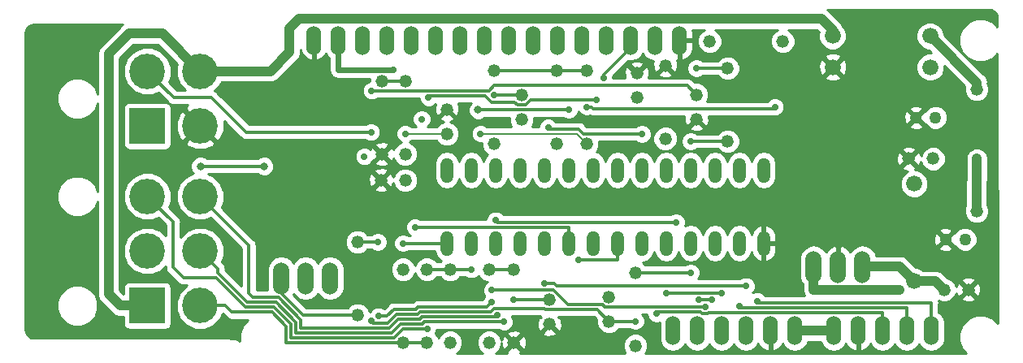
<source format=gbl>
G04 #@! TF.GenerationSoftware,KiCad,Pcbnew,5.0.0+dfsg1-2*
G04 #@! TF.CreationDate,2019-01-23T11:39:39+01:00*
G04 #@! TF.ProjectId,SLC_Free_PCB,534C435F467265655F5043422E6B6963,rev?*
G04 #@! TF.SameCoordinates,Original*
G04 #@! TF.FileFunction,Copper,L2,Bot,Signal*
G04 #@! TF.FilePolarity,Positive*
%FSLAX46Y46*%
G04 Gerber Fmt 4.6, Leading zero omitted, Abs format (unit mm)*
G04 Created by KiCad (PCBNEW 5.0.0+dfsg1-2) date Wed Jan 23 11:39:39 2019*
%MOMM*%
%LPD*%
G01*
G04 APERTURE LIST*
G04 #@! TA.AperFunction,ComponentPad*
%ADD10O,1.320800X2.641600*%
G04 #@! TD*
G04 #@! TA.AperFunction,ComponentPad*
%ADD11C,1.320800*%
G04 #@! TD*
G04 #@! TA.AperFunction,ComponentPad*
%ADD12C,1.676400*%
G04 #@! TD*
G04 #@! TA.AperFunction,ComponentPad*
%ADD13O,1.676400X3.352800*%
G04 #@! TD*
G04 #@! TA.AperFunction,ComponentPad*
%ADD14C,1.270000*%
G04 #@! TD*
G04 #@! TA.AperFunction,ComponentPad*
%ADD15O,1.524000X3.048000*%
G04 #@! TD*
G04 #@! TA.AperFunction,ComponentPad*
%ADD16R,3.700000X3.700000*%
G04 #@! TD*
G04 #@! TA.AperFunction,ComponentPad*
%ADD17C,3.700000*%
G04 #@! TD*
G04 #@! TA.AperFunction,ViaPad*
%ADD18C,0.800000*%
G04 #@! TD*
G04 #@! TA.AperFunction,ViaPad*
%ADD19C,0.711200*%
G04 #@! TD*
G04 #@! TA.AperFunction,ViaPad*
%ADD20C,1.006400*%
G04 #@! TD*
G04 #@! TA.AperFunction,Conductor*
%ADD21C,1.016000*%
G04 #@! TD*
G04 #@! TA.AperFunction,Conductor*
%ADD22C,0.203200*%
G04 #@! TD*
G04 #@! TA.AperFunction,Conductor*
%ADD23C,0.609600*%
G04 #@! TD*
G04 #@! TA.AperFunction,Conductor*
%ADD24C,0.304800*%
G04 #@! TD*
G04 #@! TA.AperFunction,Conductor*
%ADD25C,0.254000*%
G04 #@! TD*
G04 APERTURE END LIST*
D10*
G04 #@! TO.P,IC2,28*
G04 #@! TO.N,+5V*
X133347300Y-103848000D03*
G04 #@! TO.P,IC2,27*
G04 #@! TO.N,/RT_ADC*
X135887300Y-103848000D03*
G04 #@! TO.P,IC2,26*
G04 #@! TO.N,/P0[4]*
X138427300Y-103848000D03*
G04 #@! TO.P,IC2,25*
G04 #@! TO.N,/AC_TEMP_SENSE_OUT*
X140967300Y-103848000D03*
G04 #@! TO.P,IC2,24*
G04 #@! TO.N,/RE+_ADC*
X143507300Y-103848000D03*
G04 #@! TO.P,IC2,23*
G04 #@! TO.N,/LCD_RW*
X146047300Y-103848000D03*
G04 #@! TO.P,IC2,22*
G04 #@! TO.N,/LCD_E*
X148587300Y-103848000D03*
G04 #@! TO.P,IC2,21*
G04 #@! TO.N,/LCD_DB6*
X151127300Y-103848000D03*
G04 #@! TO.P,IC2,20*
G04 #@! TO.N,/LCD_DB4*
X153667300Y-103848000D03*
G04 #@! TO.P,IC2,19*
G04 #@! TO.N,/XRES*
X156207300Y-103848000D03*
G04 #@! TO.P,IC2,18*
G04 #@! TO.N,/PWM_NB_OUT*
X158747300Y-103848000D03*
G04 #@! TO.P,IC2,17*
G04 #@! TO.N,/PWM_HEATER*
X161287300Y-103848000D03*
G04 #@! TO.P,IC2,16*
G04 #@! TO.N,/CAL*
X163827300Y-103848000D03*
G04 #@! TO.P,IC2,15*
G04 #@! TO.N,/PROG_SDA*
X166367300Y-103848000D03*
G04 #@! TO.P,IC2,14*
G04 #@! TO.N,GND*
X166367300Y-111468000D03*
G04 #@! TO.P,IC2,13*
G04 #@! TO.N,/PROG_SCL*
X163827300Y-111468000D03*
G04 #@! TO.P,IC2,12*
G04 #@! TO.N,/P1[3]*
X161287300Y-111468000D03*
G04 #@! TO.P,IC2,11*
G04 #@! TO.N,/PWM_LIN_OUT*
X158747300Y-111468000D03*
G04 #@! TO.P,IC2,10*
G04 #@! TO.N,/P1[7]*
X156207300Y-111468000D03*
G04 #@! TO.P,IC2,9*
G04 #@! TO.N,Net-(IC2-Pad9)*
X153667300Y-111468000D03*
G04 #@! TO.P,IC2,5*
G04 #@! TO.N,/P2[7]*
X143507300Y-111468000D03*
G04 #@! TO.P,IC2,6*
G04 #@! TO.N,/LCD_RS*
X146047300Y-111468000D03*
G04 #@! TO.P,IC2,4*
G04 #@! TO.N,/INSAMP_VREF*
X140967300Y-111468000D03*
G04 #@! TO.P,IC2,3*
G04 #@! TO.N,/LSU_VGND*
X138427300Y-111468000D03*
G04 #@! TO.P,IC2,8*
G04 #@! TO.N,/LCD_DB5*
X151127300Y-111468000D03*
G04 #@! TO.P,IC2,7*
G04 #@! TO.N,/LCD_DB7*
X148587300Y-111468000D03*
G04 #@! TO.P,IC2,2*
G04 #@! TO.N,/LSU_IA*
X135887300Y-111468000D03*
G04 #@! TO.P,IC2,1*
G04 #@! TO.N,/APE_ADC*
X133347300Y-111468000D03*
G04 #@! TD*
D11*
G04 #@! TO.P,R13,2*
G04 #@! TO.N,Net-(IC3-PadG)*
X124025500Y-118961000D03*
G04 #@! TO.P,R13,1*
G04 #@! TO.N,/PWM_HEATER*
X124025500Y-111341000D03*
G04 #@! TD*
G04 #@! TO.P,R4,2*
G04 #@! TO.N,Net-(C6-Pad2)*
X138300300Y-101079400D03*
G04 #@! TO.P,R4,1*
G04 #@! TO.N,/LSU_NERMEST*
X138300300Y-93459400D03*
G04 #@! TD*
G04 #@! TO.P,R12,2*
G04 #@! TO.N,LIN_OUT*
X152981500Y-122136000D03*
G04 #@! TO.P,R12,1*
G04 #@! TO.N,/PWM_LIN_OUT*
X152981500Y-114516000D03*
G04 #@! TD*
G04 #@! TO.P,R10,2*
G04 #@! TO.N,GND*
X156105700Y-92926000D03*
G04 #@! TO.P,R10,1*
G04 #@! TO.N,/XRES*
X156105700Y-100546000D03*
G04 #@! TD*
G04 #@! TO.P,C6,2*
G04 #@! TO.N,Net-(C6-Pad2)*
X141145100Y-96050200D03*
G04 #@! TO.P,C6,1*
G04 #@! TO.N,/AC_TEMP_SENSE_OUT*
X141145100Y-98590200D03*
G04 #@! TD*
G04 #@! TO.P,C8,2*
G04 #@! TO.N,GND*
X153130000Y-93740000D03*
G04 #@! TO.P,C8,1*
G04 #@! TO.N,/XRES*
X153130000Y-96280000D03*
G04 #@! TD*
G04 #@! TO.P,C5,2*
G04 #@! TO.N,GND*
X133347300Y-97498000D03*
G04 #@! TO.P,C5,1*
G04 #@! TO.N,+5V*
X133347300Y-100038000D03*
G04 #@! TD*
D12*
G04 #@! TO.P,D2,C*
G04 #@! TO.N,Net-(D2-PadC)*
X183690100Y-89852600D03*
G04 #@! TO.P,D2,A*
G04 #@! TO.N,+12V*
X173530100Y-89852600D03*
G04 #@! TD*
G04 #@! TO.P,D3,C*
G04 #@! TO.N,Net-(C1-Pad+)*
X183715500Y-93103800D03*
G04 #@! TO.P,D3,A*
G04 #@! TO.N,GND*
X173555500Y-93103800D03*
G04 #@! TD*
D11*
G04 #@! TO.P,R8,2*
G04 #@! TO.N,/RE+_ADC*
X144777300Y-101079400D03*
G04 #@! TO.P,R8,1*
G04 #@! TO.N,/LSU_NERMEST*
X144777300Y-93459400D03*
G04 #@! TD*
G04 #@! TO.P,R2,2*
G04 #@! TO.N,/LSU_IP*
X128775300Y-121805800D03*
G04 #@! TO.P,R2,1*
G04 #@! TO.N,/APE_ADC*
X128775300Y-114185800D03*
G04 #@! TD*
G04 #@! TO.P,R6,2*
G04 #@! TO.N,/RT_ADC*
X133702900Y-121805800D03*
G04 #@! TO.P,R6,1*
G04 #@! TO.N,/LSU_IA*
X133702900Y-114185800D03*
G04 #@! TD*
G04 #@! TO.P,R7,2*
G04 #@! TO.N,/LSU_NERMEST*
X147926900Y-93459400D03*
G04 #@! TO.P,R7,1*
G04 #@! TO.N,+5V*
X147926900Y-101079400D03*
G04 #@! TD*
D13*
G04 #@! TO.P,IC3,S*
G04 #@! TO.N,/H_GND*
X121180700Y-115125600D03*
G04 #@! TO.P,IC3,D*
G04 #@! TO.N,LSU_HEATER-*
X118640700Y-115125600D03*
G04 #@! TO.P,IC3,G*
G04 #@! TO.N,Net-(IC3-PadG)*
X116100700Y-115125600D03*
G04 #@! TD*
D11*
G04 #@! TO.P,R5,2*
G04 #@! TO.N,/INSAMP_VREF*
X137741500Y-114185800D03*
G04 #@! TO.P,R5,1*
G04 #@! TO.N,+5V*
X137741500Y-121805800D03*
G04 #@! TD*
G04 #@! TO.P,R9,2*
G04 #@! TO.N,GND*
X140332300Y-121805800D03*
G04 #@! TO.P,R9,1*
G04 #@! TO.N,/INSAMP_VREF*
X140332300Y-114185800D03*
G04 #@! TD*
G04 #@! TO.P,C7,2*
G04 #@! TO.N,GND*
X144040700Y-119900800D03*
G04 #@! TO.P,C7,1*
G04 #@! TO.N,/INSAMP_VREF*
X144040700Y-117360800D03*
G04 #@! TD*
D13*
G04 #@! TO.P,IC1,3*
G04 #@! TO.N,+5V*
X176654300Y-113957200D03*
G04 #@! TO.P,IC1,2*
G04 #@! TO.N,GND*
X174114300Y-113957200D03*
G04 #@! TO.P,IC1,1*
G04 #@! TO.N,Net-(C1-Pad+)*
X171574300Y-113957200D03*
G04 #@! TD*
D11*
G04 #@! TO.P,C2,2*
G04 #@! TO.N,GND*
X181480300Y-102654200D03*
G04 #@! TO.P,C2,1*
G04 #@! TO.N,Net-(C1-Pad+)*
X184020300Y-102654200D03*
G04 #@! TD*
G04 #@! TO.P,C4,2*
G04 #@! TO.N,GND*
X187677900Y-116294000D03*
G04 #@! TO.P,C4,1*
G04 #@! TO.N,+5V*
X185137900Y-116294000D03*
G04 #@! TD*
D12*
G04 #@! TO.P,D1,C*
G04 #@! TO.N,Net-(C1-Pad+)*
X182039100Y-105270400D03*
G04 #@! TO.P,D1,A*
G04 #@! TO.N,+5V*
X182039100Y-115430400D03*
G04 #@! TD*
D14*
G04 #@! TO.P,C1,+*
G04 #@! TO.N,Net-(C1-Pad+)*
X184274300Y-98361600D03*
G04 #@! TO.P,C1,-*
G04 #@! TO.N,GND*
X182242300Y-98361600D03*
G04 #@! TD*
G04 #@! TO.P,C3,+*
G04 #@! TO.N,+5V*
X187347700Y-111061600D03*
G04 #@! TO.P,C3,-*
G04 #@! TO.N,GND*
X185315700Y-111061600D03*
G04 #@! TD*
D11*
G04 #@! TO.P,R3,2*
G04 #@! TO.N,/LSU_IA*
X131264500Y-114185800D03*
G04 #@! TO.P,R3,1*
G04 #@! TO.N,/LSU_IP*
X131264500Y-121805800D03*
G04 #@! TD*
D15*
G04 #@! TO.P,JP3,5*
G04 #@! TO.N,/PROG_SDA*
X183817100Y-120586600D03*
G04 #@! TO.P,JP3,4*
G04 #@! TO.N,/PROG_SCL*
X181277100Y-120586600D03*
G04 #@! TO.P,JP3,3*
G04 #@! TO.N,/XRES*
X178737100Y-120586600D03*
G04 #@! TO.P,JP3,2*
G04 #@! TO.N,GND*
X176197100Y-120586600D03*
G04 #@! TO.P,JP3,1*
G04 #@! TO.N,+5V*
X173657100Y-120586600D03*
G04 #@! TD*
D11*
G04 #@! TO.P,R11,2*
G04 #@! TO.N,NB_OUT*
X162582700Y-93205400D03*
G04 #@! TO.P,R11,1*
G04 #@! TO.N,/PWM_NB_OUT*
X162582700Y-100825400D03*
G04 #@! TD*
D15*
G04 #@! TO.P,JP4,16*
G04 #@! TO.N,GND*
X157578900Y-90309800D03*
G04 #@! TO.P,JP4,15*
G04 #@! TO.N,/LCD_ANODE*
X155038900Y-90309800D03*
G04 #@! TO.P,JP4,14*
G04 #@! TO.N,/LCD_DB7*
X152498900Y-90309800D03*
G04 #@! TO.P,JP4,13*
G04 #@! TO.N,/LCD_DB6*
X149958900Y-90309800D03*
G04 #@! TO.P,JP4,12*
G04 #@! TO.N,/LCD_DB5*
X147418900Y-90309800D03*
G04 #@! TO.P,JP4,11*
G04 #@! TO.N,/LCD_DB4*
X144878900Y-90309800D03*
G04 #@! TO.P,JP4,10*
G04 #@! TO.N,Net-(JP4-Pad10)*
X142338900Y-90309800D03*
G04 #@! TO.P,JP4,9*
G04 #@! TO.N,Net-(JP4-Pad9)*
X139798900Y-90309800D03*
G04 #@! TO.P,JP4,8*
G04 #@! TO.N,Net-(JP4-Pad8)*
X137258900Y-90309800D03*
G04 #@! TO.P,JP4,7*
G04 #@! TO.N,Net-(JP4-Pad7)*
X134718900Y-90309800D03*
G04 #@! TO.P,JP4,6*
G04 #@! TO.N,/LCD_E*
X132178900Y-90309800D03*
G04 #@! TO.P,JP4,5*
G04 #@! TO.N,/LCD_RW*
X129638900Y-90309800D03*
G04 #@! TO.P,JP4,4*
G04 #@! TO.N,/LCD_RS*
X127098900Y-90309800D03*
G04 #@! TO.P,JP4,3*
G04 #@! TO.N,/LCD_CONTRAST*
X124558900Y-90309800D03*
G04 #@! TO.P,JP4,2*
G04 #@! TO.N,+5V*
X122018900Y-90309800D03*
G04 #@! TO.P,JP4,1*
G04 #@! TO.N,GND*
X119478900Y-90309800D03*
G04 #@! TD*
D11*
G04 #@! TO.P,C10,2*
G04 #@! TO.N,GND*
X150238300Y-117056000D03*
G04 #@! TO.P,C10,1*
G04 #@! TO.N,LIN_OUT*
X150238300Y-119596000D03*
G04 #@! TD*
G04 #@! TO.P,C9,2*
G04 #@! TO.N,GND*
X159356900Y-98514000D03*
G04 #@! TO.P,C9,1*
G04 #@! TO.N,NB_OUT*
X159356900Y-95974000D03*
G04 #@! TD*
G04 #@! TO.P,C11,2*
G04 #@! TO.N,GND*
X126463900Y-104889400D03*
G04 #@! TO.P,C11,1*
G04 #@! TO.N,+5V*
X129003900Y-104889400D03*
G04 #@! TD*
G04 #@! TO.P,R14,2*
G04 #@! TO.N,+5V*
X129003900Y-102171600D03*
G04 #@! TO.P,R14,1*
G04 #@! TO.N,/LCD_CONTRAST*
X129003900Y-94551600D03*
G04 #@! TD*
G04 #@! TO.P,R15,2*
G04 #@! TO.N,/LCD_CONTRAST*
X126565500Y-94551600D03*
G04 #@! TO.P,R15,1*
G04 #@! TO.N,GND*
X126565500Y-102171600D03*
G04 #@! TD*
G04 #@! TO.P,R16,2*
G04 #@! TO.N,+5V*
X168348500Y-90386000D03*
G04 #@! TO.P,R16,1*
G04 #@! TO.N,/LCD_ANODE*
X160728500Y-90386000D03*
G04 #@! TD*
D15*
G04 #@! TO.P,JP5,6*
G04 #@! TO.N,+5V*
X169593100Y-120586600D03*
G04 #@! TO.P,JP5,5*
G04 #@! TO.N,GND*
X167053100Y-120586600D03*
G04 #@! TO.P,JP5,4*
G04 #@! TO.N,/P2[7]*
X164513100Y-120586600D03*
G04 #@! TO.P,JP5,3*
G04 #@! TO.N,/P1[7]*
X161973100Y-120586600D03*
G04 #@! TO.P,JP5,2*
G04 #@! TO.N,/P1[3]*
X159433100Y-120586600D03*
G04 #@! TO.P,JP5,1*
G04 #@! TO.N,/P0[4]*
X156893100Y-120586600D03*
G04 #@! TD*
D11*
G04 #@! TO.P,R1,2*
G04 #@! TO.N,Net-(C1-Pad+)*
X188541500Y-108089800D03*
G04 #@! TO.P,R1,1*
G04 #@! TO.N,Net-(D2-PadC)*
X188541500Y-95389800D03*
G04 #@! TD*
D16*
G04 #@! TO.P,JP1,1*
G04 #@! TO.N,NB_OUT*
X102140000Y-99230000D03*
D17*
G04 #@! TO.P,JP1,2*
G04 #@! TO.N,LIN_OUT*
X102140000Y-93530000D03*
G04 #@! TO.P,JP1,3*
G04 #@! TO.N,GND*
X107640000Y-99230000D03*
G04 #@! TO.P,JP1,4*
G04 #@! TO.N,+12V*
X107640000Y-93530000D03*
G04 #@! TD*
D16*
G04 #@! TO.P,JP2,1*
G04 #@! TO.N,+12V*
X102140000Y-117970000D03*
D17*
G04 #@! TO.P,JP2,2*
G04 #@! TO.N,LSU_HEATER-*
X102140000Y-112270000D03*
G04 #@! TO.P,JP2,3*
G04 #@! TO.N,/LSU_IA*
X102140000Y-106570000D03*
G04 #@! TO.P,JP2,4*
G04 #@! TO.N,/LSU_IP*
X107640000Y-117970000D03*
G04 #@! TO.P,JP2,5*
G04 #@! TO.N,/LSU_NERMEST*
X107640000Y-112270000D03*
G04 #@! TO.P,JP2,6*
G04 #@! TO.N,/LSU_VGND*
X107640000Y-106570000D03*
G04 #@! TD*
D18*
G04 #@! TO.N,GND*
X135750000Y-121210000D03*
X135750000Y-116590000D03*
X142220000Y-107750000D03*
X142200000Y-119850000D03*
X151330000Y-107880000D03*
X147820000Y-120240000D03*
D19*
G04 #@! TO.N,+5V*
X147926900Y-97244000D03*
X129003900Y-100038000D03*
X127784700Y-93357800D03*
X136852500Y-100038000D03*
X167535700Y-97244000D03*
G04 #@! TO.N,/P0[4]*
X138427300Y-109080400D03*
X157223300Y-109283600D03*
G04 #@! TO.N,/LCD_RW*
X146047300Y-97574200D03*
X130731100Y-98514000D03*
D18*
X136610000Y-97574200D03*
D19*
G04 #@! TO.N,/LCD_E*
X148942900Y-96532800D03*
X131442300Y-96278800D03*
G04 #@! TO.N,/LCD_DB4*
X143913700Y-99377600D03*
X153667300Y-100063400D03*
G04 #@! TO.N,/XRES*
X155191300Y-118783200D03*
G04 #@! TO.N,/PWM_NB_OUT*
X158747300Y-100825400D03*
G04 #@! TO.N,/PWM_HEATER*
X126159100Y-111341000D03*
X126209900Y-119062600D03*
X138046300Y-116344800D03*
X160271300Y-118072000D03*
X138046300Y-117564000D03*
G04 #@! TO.N,/PROG_SDA*
X165732300Y-117487800D03*
G04 #@! TO.N,/PROG_SCL*
X163801900Y-117995800D03*
G04 #@! TO.N,/P1[3]*
X159560100Y-117360800D03*
X160982500Y-117360800D03*
G04 #@! TO.N,/PWM_LIN_OUT*
X158747300Y-114516000D03*
G04 #@! TO.N,/P1[7]*
X161973100Y-116649600D03*
X156181900Y-116649600D03*
G04 #@! TO.N,/P2[7]*
X164513100Y-115938400D03*
X143507300Y-115633600D03*
G04 #@! TO.N,/LCD_RS*
X130019900Y-109791600D03*
G04 #@! TO.N,/INSAMP_VREF*
X140332300Y-117360800D03*
G04 #@! TO.N,/LSU_VGND*
X138605100Y-118961000D03*
G04 #@! TO.N,/LCD_DB5*
X147063300Y-113169800D03*
G04 #@! TO.N,/LCD_DB7*
X149654100Y-94246800D03*
G04 #@! TO.N,/LSU_IA*
X135887300Y-114185800D03*
X131289900Y-120383400D03*
G04 #@! TO.N,/APE_ADC*
X128775300Y-111468000D03*
G04 #@! TO.N,Net-(C6-Pad2)*
X138300300Y-96050200D03*
G04 #@! TO.N,/LSU_NERMEST*
X139316300Y-119672200D03*
D20*
G04 #@! TO.N,Net-(C1-Pad+)*
X180489700Y-116344800D03*
X188566900Y-102654200D03*
D19*
G04 #@! TO.N,LIN_OUT*
X152981500Y-119596000D03*
X125447900Y-99885600D03*
X125447900Y-119570600D03*
G04 #@! TO.N,NB_OUT*
X159356900Y-93205400D03*
X124736700Y-102425600D03*
X125498700Y-95567600D03*
D18*
X107670000Y-103425600D03*
X114310000Y-103425600D03*
G04 #@! TD*
D21*
G04 #@! TO.N,+12V*
X107640000Y-93530000D02*
X114994300Y-93530000D01*
X116964300Y-89080300D02*
X117970000Y-88074600D01*
X114994300Y-93530000D02*
X116964300Y-91560000D01*
X116964300Y-91560000D02*
X116964300Y-89080300D01*
X117970000Y-88074600D02*
X172387100Y-88074600D01*
X173530100Y-89217600D02*
X173530100Y-89852600D01*
X172387100Y-88074600D02*
X173530100Y-89217600D01*
X98090000Y-116786000D02*
X98090000Y-91720000D01*
X103700000Y-89590000D02*
X107640000Y-93530000D01*
X100220000Y-89590000D02*
X103700000Y-89590000D01*
X98090000Y-91720000D02*
X100220000Y-89590000D01*
X99274000Y-117970000D02*
X98090000Y-116786000D01*
X102140000Y-117970000D02*
X99274000Y-117970000D01*
D22*
G04 #@! TO.N,+5V*
X136852500Y-100038000D02*
X146885500Y-100038000D01*
X146885500Y-100038000D02*
X147926900Y-101079400D01*
X129003900Y-100038000D02*
X133347300Y-100038000D01*
D23*
X122018900Y-93357800D02*
X127784700Y-93357800D01*
X122018900Y-93357800D02*
X122018900Y-90309800D01*
D21*
X176654300Y-113957200D02*
X176730500Y-113881000D01*
X176730500Y-113881000D02*
X180489700Y-113881000D01*
X180489700Y-113881000D02*
X182039100Y-115430400D01*
X182039100Y-115430400D02*
X184274300Y-115430400D01*
X184274300Y-115430400D02*
X185137900Y-116294000D01*
X169593100Y-120586600D02*
X173657100Y-120586600D01*
D24*
X167339700Y-97440000D02*
X167535700Y-97244000D01*
X147926900Y-97244000D02*
X148429794Y-97244000D01*
X148429794Y-97244000D02*
X148625794Y-97440000D01*
X148625794Y-97440000D02*
X167339700Y-97440000D01*
G04 #@! TO.N,/P0[4]*
X138427300Y-109080400D02*
X138630500Y-109283600D01*
X138630500Y-109283600D02*
X157223300Y-109283600D01*
G04 #@! TO.N,/LCD_RW*
X136610000Y-97574200D02*
X146047300Y-97574200D01*
G04 #@! TO.N,/LCD_E*
X148942900Y-96532800D02*
X142110300Y-96532800D01*
X142110300Y-96532800D02*
X141576900Y-97066200D01*
X141576900Y-97066200D02*
X140713300Y-97066200D01*
X140713300Y-97066200D02*
X140408500Y-96761400D01*
X140408500Y-96761400D02*
X137995500Y-96761400D01*
X137995500Y-96761400D02*
X137309700Y-96075600D01*
X137309700Y-96075600D02*
X131645500Y-96075600D01*
X131645500Y-96075600D02*
X131442300Y-96278800D01*
G04 #@! TO.N,/LCD_DB4*
X147088700Y-99580800D02*
X147571300Y-100063400D01*
X147571300Y-100063400D02*
X153667300Y-100063400D01*
X147088700Y-99580800D02*
X144116900Y-99580800D01*
X144116900Y-99580800D02*
X143913700Y-99377600D01*
G04 #@! TO.N,/XRES*
X178737100Y-120586600D02*
X178737100Y-118707000D01*
X178737100Y-118707000D02*
X160601500Y-118707000D01*
X160601500Y-118707000D02*
X160525300Y-118783200D01*
X160525300Y-118783200D02*
X159966500Y-118783200D01*
X159966500Y-118783200D02*
X159763300Y-118580000D01*
X159763300Y-118580000D02*
X155394500Y-118580000D01*
X155394500Y-118580000D02*
X155191300Y-118783200D01*
G04 #@! TO.N,/PWM_NB_OUT*
X158747300Y-100825400D02*
X162582700Y-100825400D01*
G04 #@! TO.N,/PWM_HEATER*
X124025500Y-111341000D02*
X126159100Y-111341000D01*
X126209900Y-119062600D02*
X127124300Y-119062600D01*
X127124300Y-119062600D02*
X127835500Y-118351400D01*
X127835500Y-118351400D02*
X130096100Y-118351400D01*
X130096100Y-118351400D02*
X130299300Y-118148200D01*
X130299300Y-118148200D02*
X137462100Y-118148200D01*
X138046300Y-116344800D02*
X144472500Y-116344800D01*
X144472500Y-116344800D02*
X145996500Y-117868800D01*
X145996500Y-117868800D02*
X149603300Y-117868800D01*
X149603300Y-117868800D02*
X149806500Y-118072000D01*
X149806500Y-118072000D02*
X160271300Y-118072000D01*
X137462100Y-118148200D02*
X138046300Y-117564000D01*
G04 #@! TO.N,/PROG_SDA*
X183817100Y-120586600D02*
X183817100Y-117691000D01*
X183817100Y-117691000D02*
X165935500Y-117691000D01*
X165935500Y-117691000D02*
X165732300Y-117487800D01*
G04 #@! TO.N,/PROG_SCL*
X181277100Y-120586600D02*
X181277100Y-118199000D01*
X163801900Y-117995800D02*
X164005100Y-118199000D01*
X164005100Y-118199000D02*
X181277100Y-118199000D01*
G04 #@! TO.N,/P1[3]*
X159560100Y-117360800D02*
X160982500Y-117360800D01*
G04 #@! TO.N,/PWM_LIN_OUT*
X158747300Y-114516000D02*
X152981500Y-114516000D01*
G04 #@! TO.N,/P1[7]*
X161973100Y-116649600D02*
X156181900Y-116649600D01*
G04 #@! TO.N,/P2[7]*
X164513100Y-115938400D02*
X144802700Y-115938400D01*
X144802700Y-115938400D02*
X144497900Y-115633600D01*
X144497900Y-115633600D02*
X143507300Y-115633600D01*
G04 #@! TO.N,/LCD_RS*
X146047300Y-111468000D02*
X146047300Y-109791600D01*
X146047300Y-109791600D02*
X130019900Y-109791600D01*
G04 #@! TO.N,/INSAMP_VREF*
X137741500Y-114185800D02*
X140332300Y-114185800D01*
X144040700Y-117360800D02*
X140332300Y-117360800D01*
G04 #@! TO.N,/LSU_VGND*
X118132700Y-120281800D02*
X127378300Y-120281800D01*
X127378300Y-120281800D02*
X128292700Y-119367400D01*
X128292700Y-119367400D02*
X130553300Y-119367400D01*
X130553300Y-119367400D02*
X130756500Y-119164200D01*
X130756500Y-119164200D02*
X138401900Y-119164200D01*
X138401900Y-119164200D02*
X138605100Y-118961000D01*
X118132700Y-120281800D02*
X118132700Y-119469000D01*
X118132700Y-119469000D02*
X115795900Y-117132200D01*
X115795900Y-117132200D02*
X113154300Y-117132200D01*
X113154300Y-117132200D02*
X112722500Y-116700400D01*
X112722500Y-111652500D02*
X107640000Y-106570000D01*
X112722500Y-116700400D02*
X112722500Y-111652500D01*
G04 #@! TO.N,/LCD_DB5*
X147063300Y-113169800D02*
X151127300Y-113169800D01*
X151127300Y-113169800D02*
X151127300Y-111468000D01*
G04 #@! TO.N,/LCD_DB7*
X152498900Y-91071800D02*
X149654100Y-93916600D01*
X149654100Y-93916600D02*
X149654100Y-94246800D01*
X152498900Y-90309800D02*
X152498900Y-91071800D01*
G04 #@! TO.N,/LSU_IA*
X133702900Y-114185800D02*
X131264500Y-114185800D01*
X135887300Y-114185800D02*
X133702900Y-114185800D01*
X117116700Y-121297800D02*
X127835500Y-121297800D01*
X127835500Y-121297800D02*
X128749900Y-120383400D01*
X128749900Y-120383400D02*
X131289900Y-120383400D01*
X115338700Y-118148200D02*
X117116700Y-119926200D01*
X117116700Y-121297800D02*
X117116700Y-119926200D01*
X102140000Y-106570000D02*
X104820000Y-109250000D01*
X104820000Y-109250000D02*
X104820000Y-113990000D01*
X104820000Y-113990000D02*
X105890000Y-115060000D01*
X105890000Y-115060000D02*
X109270000Y-115060000D01*
X112358200Y-118148200D02*
X115338700Y-118148200D01*
X109270000Y-115060000D02*
X112358200Y-118148200D01*
G04 #@! TO.N,/APE_ADC*
X128775300Y-111468000D02*
X133347300Y-111468000D01*
G04 #@! TO.N,Net-(IC3-PadG)*
X116100700Y-114998600D02*
X116100700Y-115125600D01*
X118361300Y-118961000D02*
X116100700Y-116700400D01*
X116100700Y-116700400D02*
X116100700Y-115125600D01*
X118361300Y-118961000D02*
X124025500Y-118961000D01*
G04 #@! TO.N,Net-(C6-Pad2)*
X138300300Y-96050200D02*
X141145100Y-96050200D01*
G04 #@! TO.N,/LSU_NERMEST*
X147926900Y-93459400D02*
X144777300Y-93459400D01*
X144777300Y-93459400D02*
X138300300Y-93459400D01*
X130985100Y-119672200D02*
X139316300Y-119672200D01*
X128521300Y-119875400D02*
X130781900Y-119875400D01*
X127606900Y-120789800D02*
X128521300Y-119875400D01*
X117624700Y-120789800D02*
X127606900Y-120789800D01*
X107640000Y-112270000D02*
X109489999Y-114119999D01*
X109489999Y-114566090D02*
X112560919Y-117637010D01*
X130781900Y-119875400D02*
X130985100Y-119672200D01*
X109489999Y-114119999D02*
X109489999Y-114566090D01*
X112560919Y-117637010D02*
X115564110Y-117637010D01*
X115564110Y-117637010D02*
X117624700Y-119697600D01*
X117624700Y-119697600D02*
X117624700Y-120789800D01*
D21*
G04 #@! TO.N,Net-(D2-PadC)*
X183690100Y-89852600D02*
X188541500Y-94704000D01*
X188541500Y-94704000D02*
X188541500Y-95389800D01*
G04 #@! TO.N,Net-(C1-Pad+)*
X171574300Y-113957200D02*
X171574300Y-116344800D01*
X171574300Y-116344800D02*
X180489700Y-116344800D01*
X188541500Y-108089800D02*
X188566900Y-102654200D01*
D24*
G04 #@! TO.N,/LSU_IP*
X131264500Y-121805800D02*
X128775300Y-121805800D01*
X116608700Y-121805800D02*
X128775300Y-121805800D01*
X116608700Y-121805800D02*
X116608700Y-120154800D01*
X116608700Y-120154800D02*
X115110100Y-118656200D01*
X112927354Y-118656200D02*
X112927354Y-118656200D01*
X107640000Y-117970000D02*
X110256295Y-117970000D01*
X110256295Y-117970000D02*
X110942495Y-118656200D01*
X115110100Y-118656200D02*
X113410000Y-118656200D01*
X110942495Y-118656200D02*
X113410000Y-118656200D01*
X113410000Y-118656200D02*
X112927354Y-118656200D01*
G04 #@! TO.N,/LCD_CONTRAST*
X126565500Y-94551600D02*
X129003900Y-94551600D01*
G04 #@! TO.N,LIN_OUT*
X152981500Y-119596000D02*
X150238300Y-119596000D01*
X125447900Y-119570600D02*
X125651100Y-119773800D01*
X125651100Y-119773800D02*
X127149700Y-119773800D01*
X127149700Y-119773800D02*
X128064100Y-118859400D01*
X128064100Y-118859400D02*
X130324700Y-118859400D01*
X130324700Y-118859400D02*
X130527900Y-118656200D01*
X130527900Y-118656200D02*
X137893900Y-118656200D01*
X137893900Y-118656200D02*
X138300300Y-118249800D01*
X138300300Y-118249800D02*
X143481900Y-118249800D01*
X143481900Y-118249800D02*
X143608900Y-118376800D01*
X143608900Y-118376800D02*
X149019100Y-118376800D01*
X149019100Y-118376800D02*
X150238300Y-119596000D01*
X105670000Y-96280000D02*
X108804400Y-96280000D01*
X108804400Y-96280000D02*
X112410000Y-99885600D01*
X112410000Y-99885600D02*
X125447900Y-99885600D01*
X104890000Y-96280000D02*
X108804400Y-96280000D01*
X102140000Y-93530000D02*
X104890000Y-96280000D01*
G04 #@! TO.N,NB_OUT*
X159356900Y-93205400D02*
X162582700Y-93205400D01*
X102140000Y-99230000D02*
X102720000Y-99230000D01*
X108235685Y-103425600D02*
X114310000Y-103425600D01*
X107670000Y-103425600D02*
X108235685Y-103425600D01*
X138300300Y-95034200D02*
X153490000Y-95034200D01*
X125498700Y-95567600D02*
X137766900Y-95567600D01*
X137766900Y-95567600D02*
X138300300Y-95034200D01*
X153490000Y-95034200D02*
X158417100Y-95034200D01*
X158417100Y-95034200D02*
X159356900Y-95974000D01*
G04 #@! TD*
D25*
G04 #@! TO.N,GND*
G36*
X190119134Y-87128923D02*
X190353939Y-87248562D01*
X190540285Y-87434908D01*
X190659924Y-87669713D01*
X190710011Y-87985949D01*
X190710282Y-88911415D01*
X190213926Y-88415059D01*
X189392469Y-88074800D01*
X188503331Y-88074800D01*
X187681874Y-88415059D01*
X187053159Y-89043774D01*
X186712900Y-89865231D01*
X186712900Y-90754369D01*
X187053159Y-91575826D01*
X187681874Y-92204541D01*
X188503331Y-92544800D01*
X189392469Y-92544800D01*
X190213926Y-92204541D01*
X190711102Y-91707365D01*
X190719345Y-119832278D01*
X190213926Y-119326859D01*
X189392469Y-118986600D01*
X188503331Y-118986600D01*
X187681874Y-119326859D01*
X187053159Y-119955574D01*
X186712900Y-120777031D01*
X186712900Y-121666169D01*
X187053159Y-122487626D01*
X187485533Y-122920000D01*
X154029472Y-122920000D01*
X154079687Y-122869785D01*
X154276900Y-122393671D01*
X154276900Y-121878329D01*
X154079687Y-121402215D01*
X153715285Y-121037813D01*
X153239171Y-120840600D01*
X152723829Y-120840600D01*
X152247715Y-121037813D01*
X151883313Y-121402215D01*
X151686100Y-121878329D01*
X151686100Y-122393671D01*
X151883313Y-122869785D01*
X151933528Y-122920000D01*
X141008199Y-122920000D01*
X141059253Y-122712358D01*
X140332300Y-121985405D01*
X139605347Y-122712358D01*
X139656401Y-122920000D01*
X138436626Y-122920000D01*
X138475285Y-122903987D01*
X138839687Y-122539585D01*
X139036900Y-122063471D01*
X139036900Y-121842739D01*
X139053695Y-122136894D01*
X139194071Y-122475791D01*
X139425742Y-122532753D01*
X140152695Y-121805800D01*
X140511905Y-121805800D01*
X141238858Y-122532753D01*
X141470529Y-122475791D01*
X141640281Y-121989210D01*
X141610905Y-121474706D01*
X141470529Y-121135809D01*
X141238858Y-121078847D01*
X140511905Y-121805800D01*
X140152695Y-121805800D01*
X139425742Y-121078847D01*
X139194071Y-121135809D01*
X139036900Y-121586328D01*
X139036900Y-121548129D01*
X138839687Y-121072015D01*
X138666914Y-120899242D01*
X139605347Y-120899242D01*
X140332300Y-121626195D01*
X141059253Y-120899242D01*
X141036662Y-120807358D01*
X143313747Y-120807358D01*
X143370709Y-121039029D01*
X143857290Y-121208781D01*
X144371794Y-121179405D01*
X144710691Y-121039029D01*
X144767653Y-120807358D01*
X144040700Y-120080405D01*
X143313747Y-120807358D01*
X141036662Y-120807358D01*
X141002291Y-120667571D01*
X140515710Y-120497819D01*
X140001206Y-120527195D01*
X139662309Y-120667571D01*
X139605347Y-120899242D01*
X138666914Y-120899242D01*
X138475285Y-120707613D01*
X137999171Y-120510400D01*
X137483829Y-120510400D01*
X137007715Y-120707613D01*
X136643313Y-121072015D01*
X136446100Y-121548129D01*
X136446100Y-122063471D01*
X136643313Y-122539585D01*
X137007715Y-122903987D01*
X137046374Y-122920000D01*
X134398026Y-122920000D01*
X134436685Y-122903987D01*
X134801087Y-122539585D01*
X134998300Y-122063471D01*
X134998300Y-121548129D01*
X134801087Y-121072015D01*
X134436685Y-120707613D01*
X133960571Y-120510400D01*
X133445229Y-120510400D01*
X132969115Y-120707613D01*
X132604713Y-121072015D01*
X132483700Y-121364166D01*
X132362687Y-121072015D01*
X132160594Y-120869922D01*
X132280500Y-120580443D01*
X132280500Y-120459600D01*
X138702780Y-120459600D01*
X138755170Y-120511990D01*
X139119257Y-120662800D01*
X139513343Y-120662800D01*
X139877430Y-120511990D01*
X140156090Y-120233330D01*
X140306900Y-119869243D01*
X140306900Y-119475157D01*
X140156090Y-119111070D01*
X140082220Y-119037200D01*
X143039956Y-119037200D01*
X143018724Y-119058432D01*
X143134140Y-119173848D01*
X142902471Y-119230809D01*
X142732719Y-119717390D01*
X142762095Y-120231894D01*
X142902471Y-120570791D01*
X143134142Y-120627753D01*
X143861095Y-119900800D01*
X143846953Y-119886658D01*
X144026558Y-119707053D01*
X144040700Y-119721195D01*
X144054843Y-119707053D01*
X144234448Y-119886658D01*
X144220305Y-119900800D01*
X144947258Y-120627753D01*
X145178929Y-120570791D01*
X145348681Y-120084210D01*
X145319305Y-119569706D01*
X145178929Y-119230809D01*
X144947260Y-119173848D01*
X144956908Y-119164200D01*
X148692949Y-119164200D01*
X148942900Y-119414151D01*
X148942900Y-119853671D01*
X149140113Y-120329785D01*
X149504515Y-120694187D01*
X149980629Y-120891400D01*
X150495971Y-120891400D01*
X150972085Y-120694187D01*
X151282872Y-120383400D01*
X152367980Y-120383400D01*
X152420370Y-120435790D01*
X152784457Y-120586600D01*
X153178543Y-120586600D01*
X153542630Y-120435790D01*
X153821290Y-120157130D01*
X153972100Y-119793043D01*
X153972100Y-119398957D01*
X153821290Y-119034870D01*
X153645820Y-118859400D01*
X154200700Y-118859400D01*
X154200700Y-118980243D01*
X154351510Y-119344330D01*
X154630170Y-119622990D01*
X154994257Y-119773800D01*
X155388343Y-119773800D01*
X155496100Y-119729166D01*
X155496100Y-121486188D01*
X155577157Y-121893682D01*
X155885921Y-122355780D01*
X156348019Y-122664544D01*
X156893100Y-122772968D01*
X157438182Y-122664544D01*
X157900280Y-122355780D01*
X158163101Y-121962441D01*
X158425921Y-122355780D01*
X158888019Y-122664544D01*
X159433100Y-122772968D01*
X159978182Y-122664544D01*
X160440280Y-122355780D01*
X160703101Y-121962441D01*
X160965921Y-122355780D01*
X161428019Y-122664544D01*
X161973100Y-122772968D01*
X162518182Y-122664544D01*
X162980280Y-122355780D01*
X163243101Y-121962441D01*
X163505921Y-122355780D01*
X163968019Y-122664544D01*
X164513100Y-122772968D01*
X165058182Y-122664544D01*
X165520280Y-122355780D01*
X165794680Y-121945111D01*
X165811041Y-122000541D01*
X166155074Y-122426230D01*
X166635823Y-122687860D01*
X166710030Y-122702820D01*
X166926100Y-122580320D01*
X166926100Y-120713600D01*
X166906100Y-120713600D01*
X166906100Y-120459600D01*
X166926100Y-120459600D01*
X166926100Y-120439600D01*
X167180100Y-120439600D01*
X167180100Y-120459600D01*
X167200100Y-120459600D01*
X167200100Y-120713600D01*
X167180100Y-120713600D01*
X167180100Y-122580320D01*
X167396170Y-122702820D01*
X167470377Y-122687860D01*
X167951126Y-122426230D01*
X168295159Y-122000541D01*
X168311520Y-121945110D01*
X168585921Y-122355780D01*
X169048019Y-122664544D01*
X169593100Y-122772968D01*
X170138182Y-122664544D01*
X170600280Y-122355780D01*
X170909044Y-121893682D01*
X170941682Y-121729600D01*
X172308518Y-121729600D01*
X172341157Y-121893682D01*
X172649921Y-122355780D01*
X173112019Y-122664544D01*
X173657100Y-122772968D01*
X174202182Y-122664544D01*
X174664280Y-122355780D01*
X174938680Y-121945111D01*
X174955041Y-122000541D01*
X175299074Y-122426230D01*
X175779823Y-122687860D01*
X175854030Y-122702820D01*
X176070100Y-122580320D01*
X176070100Y-120713600D01*
X176050100Y-120713600D01*
X176050100Y-120459600D01*
X176070100Y-120459600D01*
X176070100Y-120439600D01*
X176324100Y-120439600D01*
X176324100Y-120459600D01*
X176344100Y-120459600D01*
X176344100Y-120713600D01*
X176324100Y-120713600D01*
X176324100Y-122580320D01*
X176540170Y-122702820D01*
X176614377Y-122687860D01*
X177095126Y-122426230D01*
X177439159Y-122000541D01*
X177455520Y-121945110D01*
X177729921Y-122355780D01*
X178192019Y-122664544D01*
X178737100Y-122772968D01*
X179282182Y-122664544D01*
X179744280Y-122355780D01*
X180007101Y-121962441D01*
X180269921Y-122355780D01*
X180732019Y-122664544D01*
X181277100Y-122772968D01*
X181822182Y-122664544D01*
X182284280Y-122355780D01*
X182547101Y-121962441D01*
X182809921Y-122355780D01*
X183272019Y-122664544D01*
X183817100Y-122772968D01*
X184362182Y-122664544D01*
X184824280Y-122355780D01*
X185133044Y-121893682D01*
X185214100Y-121486188D01*
X185214100Y-119687012D01*
X185133044Y-119279518D01*
X184824279Y-118817420D01*
X184604500Y-118670568D01*
X184604500Y-117768552D01*
X184619926Y-117691000D01*
X184574530Y-117462775D01*
X184880229Y-117589400D01*
X185395571Y-117589400D01*
X185871685Y-117392187D01*
X186063314Y-117200558D01*
X186950947Y-117200558D01*
X187007909Y-117432229D01*
X187494490Y-117601981D01*
X188008994Y-117572605D01*
X188347891Y-117432229D01*
X188404853Y-117200558D01*
X187677900Y-116473605D01*
X186950947Y-117200558D01*
X186063314Y-117200558D01*
X186236087Y-117027785D01*
X186401091Y-116629430D01*
X186539671Y-116963991D01*
X186771342Y-117020953D01*
X187498295Y-116294000D01*
X187857505Y-116294000D01*
X188584458Y-117020953D01*
X188816129Y-116963991D01*
X188985881Y-116477410D01*
X188956505Y-115962906D01*
X188816129Y-115624009D01*
X188584458Y-115567047D01*
X187857505Y-116294000D01*
X187498295Y-116294000D01*
X186771342Y-115567047D01*
X186539671Y-115624009D01*
X186412959Y-115987220D01*
X186236087Y-115560215D01*
X186063314Y-115387442D01*
X186950947Y-115387442D01*
X187677900Y-116114395D01*
X188404853Y-115387442D01*
X188347891Y-115155771D01*
X187861310Y-114986019D01*
X187346806Y-115015395D01*
X187007909Y-115155771D01*
X186950947Y-115387442D01*
X186063314Y-115387442D01*
X185871685Y-115195813D01*
X185503758Y-115043413D01*
X185162127Y-114701782D01*
X185098357Y-114606343D01*
X184720276Y-114353718D01*
X184386872Y-114287400D01*
X184386871Y-114287400D01*
X184274300Y-114265008D01*
X184161729Y-114287400D01*
X182979520Y-114287400D01*
X182873601Y-114181481D01*
X182332138Y-113957200D01*
X182182346Y-113957200D01*
X181377527Y-113152382D01*
X181313757Y-113056943D01*
X180935676Y-112804318D01*
X180602272Y-112738000D01*
X180602271Y-112738000D01*
X180489700Y-112715608D01*
X180377129Y-112738000D01*
X178080575Y-112738000D01*
X178042023Y-112544186D01*
X177716418Y-112056882D01*
X177556058Y-111949733D01*
X184607172Y-111949733D01*
X184661003Y-112178779D01*
X185138364Y-112344281D01*
X185642723Y-112314506D01*
X185970397Y-112178779D01*
X186024228Y-111949733D01*
X185315700Y-111241205D01*
X184607172Y-111949733D01*
X177556058Y-111949733D01*
X177229113Y-111731277D01*
X176654300Y-111616939D01*
X176079486Y-111731277D01*
X175592182Y-112056882D01*
X175378161Y-112377188D01*
X175066208Y-111987487D01*
X174560737Y-111709339D01*
X174469338Y-111689221D01*
X174241300Y-111810700D01*
X174241300Y-113830200D01*
X174261300Y-113830200D01*
X174261300Y-114084200D01*
X174241300Y-114084200D01*
X174241300Y-114104200D01*
X173987300Y-114104200D01*
X173987300Y-114084200D01*
X173967300Y-114084200D01*
X173967300Y-113830200D01*
X173987300Y-113830200D01*
X173987300Y-111810700D01*
X173759262Y-111689221D01*
X173667863Y-111709339D01*
X173162392Y-111987487D01*
X172850439Y-112377188D01*
X172636418Y-112056882D01*
X172149113Y-111731277D01*
X171574300Y-111616939D01*
X170999486Y-111731277D01*
X170512182Y-112056882D01*
X170186577Y-112544187D01*
X170101100Y-112973907D01*
X170101100Y-114940494D01*
X170186578Y-115370214D01*
X170431301Y-115736469D01*
X170431301Y-116232223D01*
X170408908Y-116344800D01*
X170497618Y-116790776D01*
X170573004Y-116903600D01*
X166549020Y-116903600D01*
X166293430Y-116648010D01*
X165929343Y-116497200D01*
X165535257Y-116497200D01*
X165227914Y-116624506D01*
X165352890Y-116499530D01*
X165503700Y-116135443D01*
X165503700Y-115741357D01*
X165352890Y-115377270D01*
X165074230Y-115098610D01*
X164710143Y-114947800D01*
X164316057Y-114947800D01*
X163951970Y-115098610D01*
X163899580Y-115151000D01*
X159513220Y-115151000D01*
X159587090Y-115077130D01*
X159737900Y-114713043D01*
X159737900Y-114318957D01*
X159587090Y-113954870D01*
X159308430Y-113676210D01*
X158944343Y-113525400D01*
X158550257Y-113525400D01*
X158186170Y-113676210D01*
X158133780Y-113728600D01*
X154026072Y-113728600D01*
X153733485Y-113436013D01*
X154172740Y-113348640D01*
X154601231Y-113062331D01*
X154887540Y-112633840D01*
X154937300Y-112383679D01*
X154987060Y-112633840D01*
X155273370Y-113062331D01*
X155701861Y-113348640D01*
X156207300Y-113449178D01*
X156712740Y-113348640D01*
X157141231Y-113062331D01*
X157427540Y-112633840D01*
X157477300Y-112383679D01*
X157527060Y-112633840D01*
X157813370Y-113062331D01*
X158241861Y-113348640D01*
X158747300Y-113449178D01*
X159252740Y-113348640D01*
X159681231Y-113062331D01*
X159967540Y-112633840D01*
X160017300Y-112383679D01*
X160067060Y-112633840D01*
X160353370Y-113062331D01*
X160781861Y-113348640D01*
X161287300Y-113449178D01*
X161792740Y-113348640D01*
X162221231Y-113062331D01*
X162507540Y-112633840D01*
X162557300Y-112383679D01*
X162607060Y-112633840D01*
X162893370Y-113062331D01*
X163321861Y-113348640D01*
X163827300Y-113449178D01*
X164332740Y-113348640D01*
X164761231Y-113062331D01*
X165047540Y-112633840D01*
X165102632Y-112356873D01*
X165219107Y-112741461D01*
X165541116Y-113134189D01*
X165988904Y-113373795D01*
X166040195Y-113381820D01*
X166240300Y-113257933D01*
X166240300Y-111595000D01*
X166494300Y-111595000D01*
X166494300Y-113257933D01*
X166694405Y-113381820D01*
X166745696Y-113373795D01*
X167193484Y-113134189D01*
X167515493Y-112741461D01*
X167662700Y-112255400D01*
X167662700Y-111595000D01*
X166494300Y-111595000D01*
X166240300Y-111595000D01*
X166220300Y-111595000D01*
X166220300Y-111341000D01*
X166240300Y-111341000D01*
X166240300Y-109678067D01*
X166494300Y-109678067D01*
X166494300Y-111341000D01*
X167662700Y-111341000D01*
X167662700Y-110884264D01*
X184033019Y-110884264D01*
X184062794Y-111388623D01*
X184198521Y-111716297D01*
X184427567Y-111770128D01*
X185136095Y-111061600D01*
X185495305Y-111061600D01*
X186203833Y-111770128D01*
X186260981Y-111756697D01*
X186271046Y-111780997D01*
X186628303Y-112138254D01*
X187095081Y-112331600D01*
X187600319Y-112331600D01*
X188067097Y-112138254D01*
X188424354Y-111780997D01*
X188617700Y-111314219D01*
X188617700Y-110808981D01*
X188424354Y-110342203D01*
X188067097Y-109984946D01*
X187600319Y-109791600D01*
X187095081Y-109791600D01*
X186628303Y-109984946D01*
X186271046Y-110342203D01*
X186260981Y-110366503D01*
X186203833Y-110353072D01*
X185495305Y-111061600D01*
X185136095Y-111061600D01*
X184427567Y-110353072D01*
X184198521Y-110406903D01*
X184033019Y-110884264D01*
X167662700Y-110884264D01*
X167662700Y-110680600D01*
X167515493Y-110194539D01*
X167498216Y-110173467D01*
X184607172Y-110173467D01*
X185315700Y-110881995D01*
X186024228Y-110173467D01*
X185970397Y-109944421D01*
X185493036Y-109778919D01*
X184988677Y-109808694D01*
X184661003Y-109944421D01*
X184607172Y-110173467D01*
X167498216Y-110173467D01*
X167193484Y-109801811D01*
X166745696Y-109562205D01*
X166694405Y-109554180D01*
X166494300Y-109678067D01*
X166240300Y-109678067D01*
X166040195Y-109554180D01*
X165988904Y-109562205D01*
X165541116Y-109801811D01*
X165219107Y-110194539D01*
X165102632Y-110579127D01*
X165047540Y-110302160D01*
X164761231Y-109873669D01*
X164332739Y-109587360D01*
X163827300Y-109486822D01*
X163321860Y-109587360D01*
X162893369Y-109873669D01*
X162607060Y-110302161D01*
X162557300Y-110552322D01*
X162507540Y-110302160D01*
X162221231Y-109873669D01*
X161792739Y-109587360D01*
X161287300Y-109486822D01*
X160781860Y-109587360D01*
X160353369Y-109873669D01*
X160067060Y-110302161D01*
X160017300Y-110552322D01*
X159967540Y-110302160D01*
X159681231Y-109873669D01*
X159252739Y-109587360D01*
X158747300Y-109486822D01*
X158241860Y-109587360D01*
X158142080Y-109654031D01*
X158213900Y-109480643D01*
X158213900Y-109086557D01*
X158063090Y-108722470D01*
X157784430Y-108443810D01*
X157420343Y-108293000D01*
X157026257Y-108293000D01*
X156662170Y-108443810D01*
X156609780Y-108496200D01*
X139244020Y-108496200D01*
X138988430Y-108240610D01*
X138624343Y-108089800D01*
X138230257Y-108089800D01*
X137866170Y-108240610D01*
X137587510Y-108519270D01*
X137436700Y-108883357D01*
X137436700Y-109004200D01*
X130633420Y-109004200D01*
X130581030Y-108951810D01*
X130216943Y-108801000D01*
X129822857Y-108801000D01*
X129458770Y-108951810D01*
X129180110Y-109230470D01*
X129029300Y-109594557D01*
X129029300Y-109988643D01*
X129180110Y-110352730D01*
X129458770Y-110631390D01*
X129577573Y-110680600D01*
X129388820Y-110680600D01*
X129336430Y-110628210D01*
X128972343Y-110477400D01*
X128578257Y-110477400D01*
X128214170Y-110628210D01*
X127935510Y-110906870D01*
X127784700Y-111270957D01*
X127784700Y-111665043D01*
X127935510Y-112029130D01*
X128214170Y-112307790D01*
X128578257Y-112458600D01*
X128972343Y-112458600D01*
X129336430Y-112307790D01*
X129388820Y-112255400D01*
X132051900Y-112255400D01*
X132051900Y-112255984D01*
X132127060Y-112633840D01*
X132413370Y-113062331D01*
X132761670Y-113295058D01*
X132658328Y-113398400D01*
X132309072Y-113398400D01*
X131998285Y-113087613D01*
X131522171Y-112890400D01*
X131006829Y-112890400D01*
X130530715Y-113087613D01*
X130166313Y-113452015D01*
X130019900Y-113805487D01*
X129873487Y-113452015D01*
X129509085Y-113087613D01*
X129032971Y-112890400D01*
X128517629Y-112890400D01*
X128041515Y-113087613D01*
X127677113Y-113452015D01*
X127479900Y-113928129D01*
X127479900Y-114443471D01*
X127677113Y-114919585D01*
X128041515Y-115283987D01*
X128517629Y-115481200D01*
X129032971Y-115481200D01*
X129509085Y-115283987D01*
X129873487Y-114919585D01*
X130019900Y-114566113D01*
X130166313Y-114919585D01*
X130530715Y-115283987D01*
X131006829Y-115481200D01*
X131522171Y-115481200D01*
X131998285Y-115283987D01*
X132309072Y-114973200D01*
X132658328Y-114973200D01*
X132969115Y-115283987D01*
X133445229Y-115481200D01*
X133960571Y-115481200D01*
X134436685Y-115283987D01*
X134747472Y-114973200D01*
X135273780Y-114973200D01*
X135326170Y-115025590D01*
X135690257Y-115176400D01*
X136084343Y-115176400D01*
X136448430Y-115025590D01*
X136617281Y-114856739D01*
X136643313Y-114919585D01*
X137007715Y-115283987D01*
X137483829Y-115481200D01*
X137542652Y-115481200D01*
X137485170Y-115505010D01*
X137206510Y-115783670D01*
X137055700Y-116147757D01*
X137055700Y-116541843D01*
X137206510Y-116905930D01*
X137254980Y-116954400D01*
X137206510Y-117002870D01*
X137058250Y-117360800D01*
X130376850Y-117360800D01*
X130299299Y-117345374D01*
X130221748Y-117360800D01*
X129992072Y-117406485D01*
X129756334Y-117564000D01*
X127913051Y-117564000D01*
X127835500Y-117548574D01*
X127757949Y-117564000D01*
X127757948Y-117564000D01*
X127528272Y-117609685D01*
X127267816Y-117783716D01*
X127223886Y-117849462D01*
X126810784Y-118262564D01*
X126771030Y-118222810D01*
X126406943Y-118072000D01*
X126012857Y-118072000D01*
X125648770Y-118222810D01*
X125370110Y-118501470D01*
X125337582Y-118580000D01*
X125269815Y-118580000D01*
X125123687Y-118227215D01*
X124759285Y-117862813D01*
X124283171Y-117665600D01*
X123767829Y-117665600D01*
X123291715Y-117862813D01*
X122980928Y-118173600D01*
X118687452Y-118173600D01*
X117313803Y-116799952D01*
X117370701Y-116714799D01*
X117578583Y-117025918D01*
X118065887Y-117351523D01*
X118640700Y-117465861D01*
X119215514Y-117351523D01*
X119702818Y-117025918D01*
X119910701Y-116714799D01*
X120118583Y-117025918D01*
X120605887Y-117351523D01*
X121180700Y-117465861D01*
X121755514Y-117351523D01*
X122242818Y-117025918D01*
X122568423Y-116538614D01*
X122653900Y-116108894D01*
X122653900Y-114142306D01*
X122568423Y-113712586D01*
X122242818Y-113225282D01*
X121755513Y-112899677D01*
X121180700Y-112785339D01*
X120605886Y-112899677D01*
X120118582Y-113225282D01*
X119910700Y-113536401D01*
X119702818Y-113225282D01*
X119215513Y-112899677D01*
X118640700Y-112785339D01*
X118065886Y-112899677D01*
X117578582Y-113225282D01*
X117370700Y-113536401D01*
X117162818Y-113225282D01*
X116675513Y-112899677D01*
X116100700Y-112785339D01*
X115525886Y-112899677D01*
X115038582Y-113225282D01*
X114712977Y-113712587D01*
X114627500Y-114142307D01*
X114627500Y-116108894D01*
X114674425Y-116344800D01*
X113509900Y-116344800D01*
X113509900Y-111730050D01*
X113525326Y-111652499D01*
X113488627Y-111468000D01*
X113464215Y-111345272D01*
X113290184Y-111084816D01*
X113287959Y-111083329D01*
X122730100Y-111083329D01*
X122730100Y-111598671D01*
X122927313Y-112074785D01*
X123291715Y-112439187D01*
X123767829Y-112636400D01*
X124283171Y-112636400D01*
X124759285Y-112439187D01*
X125070072Y-112128400D01*
X125545580Y-112128400D01*
X125597970Y-112180790D01*
X125962057Y-112331600D01*
X126356143Y-112331600D01*
X126720230Y-112180790D01*
X126998890Y-111902130D01*
X127149700Y-111538043D01*
X127149700Y-111143957D01*
X126998890Y-110779870D01*
X126720230Y-110501210D01*
X126356143Y-110350400D01*
X125962057Y-110350400D01*
X125597970Y-110501210D01*
X125545580Y-110553600D01*
X125070072Y-110553600D01*
X124759285Y-110242813D01*
X124283171Y-110045600D01*
X123767829Y-110045600D01*
X123291715Y-110242813D01*
X122927313Y-110607215D01*
X122730100Y-111083329D01*
X113287959Y-111083329D01*
X113224438Y-111040886D01*
X110015681Y-107832129D01*
X187246100Y-107832129D01*
X187246100Y-108347471D01*
X187443313Y-108823585D01*
X187807715Y-109187987D01*
X188283829Y-109385200D01*
X188799171Y-109385200D01*
X189275285Y-109187987D01*
X189639687Y-108823585D01*
X189836900Y-108347471D01*
X189836900Y-107832129D01*
X189687403Y-107471211D01*
X189710413Y-102546971D01*
X189705100Y-102519593D01*
X189705100Y-102427798D01*
X189671585Y-102346884D01*
X189645654Y-102213261D01*
X189566949Y-102094271D01*
X189531820Y-102009461D01*
X189469888Y-101947529D01*
X189394798Y-101834004D01*
X189276552Y-101754193D01*
X189211639Y-101689280D01*
X189130720Y-101655762D01*
X189017902Y-101579615D01*
X188878113Y-101551130D01*
X188793302Y-101516000D01*
X188705718Y-101516000D01*
X188572345Y-101488822D01*
X188432295Y-101516000D01*
X188340498Y-101516000D01*
X188259581Y-101549517D01*
X188125961Y-101575447D01*
X188006973Y-101654150D01*
X187922161Y-101689280D01*
X187860230Y-101751211D01*
X187746703Y-101826302D01*
X187666890Y-101944551D01*
X187601980Y-102009461D01*
X187568463Y-102090378D01*
X187492314Y-102203199D01*
X187463828Y-102342991D01*
X187428700Y-102427798D01*
X187428700Y-102515379D01*
X187424439Y-102536289D01*
X187401445Y-107457094D01*
X187246100Y-107832129D01*
X110015681Y-107832129D01*
X109868088Y-107684537D01*
X110125000Y-107064297D01*
X110125000Y-106075703D01*
X110009126Y-105795958D01*
X125736947Y-105795958D01*
X125793909Y-106027629D01*
X126280490Y-106197381D01*
X126794994Y-106168005D01*
X127133891Y-106027629D01*
X127190853Y-105795958D01*
X126463900Y-105069005D01*
X125736947Y-105795958D01*
X110009126Y-105795958D01*
X109746681Y-105162361D01*
X109290310Y-104705990D01*
X125155919Y-104705990D01*
X125185295Y-105220494D01*
X125325671Y-105559391D01*
X125557342Y-105616353D01*
X126284295Y-104889400D01*
X126643505Y-104889400D01*
X127370458Y-105616353D01*
X127602129Y-105559391D01*
X127728841Y-105196180D01*
X127905713Y-105623185D01*
X128270115Y-105987587D01*
X128746229Y-106184800D01*
X129261571Y-106184800D01*
X129737685Y-105987587D01*
X130102087Y-105623185D01*
X130299300Y-105147071D01*
X130299300Y-104631729D01*
X130102087Y-104155615D01*
X129737685Y-103791213D01*
X129261571Y-103594000D01*
X128746229Y-103594000D01*
X128270115Y-103791213D01*
X127905713Y-104155615D01*
X127740709Y-104553970D01*
X127602129Y-104219409D01*
X127370458Y-104162447D01*
X126643505Y-104889400D01*
X126284295Y-104889400D01*
X125557342Y-104162447D01*
X125325671Y-104219409D01*
X125155919Y-104705990D01*
X109290310Y-104705990D01*
X109047639Y-104463319D01*
X108443316Y-104213000D01*
X113633689Y-104213000D01*
X113723720Y-104303031D01*
X114104126Y-104460600D01*
X114515874Y-104460600D01*
X114896280Y-104303031D01*
X115187431Y-104011880D01*
X115199458Y-103982842D01*
X125736947Y-103982842D01*
X126463900Y-104709795D01*
X127190853Y-103982842D01*
X127133891Y-103751171D01*
X126647310Y-103581419D01*
X126132806Y-103610795D01*
X125793909Y-103751171D01*
X125736947Y-103982842D01*
X115199458Y-103982842D01*
X115345000Y-103631474D01*
X115345000Y-103219726D01*
X115187431Y-102839320D01*
X114896280Y-102548169D01*
X114515874Y-102390600D01*
X114104126Y-102390600D01*
X113723720Y-102548169D01*
X113633689Y-102638200D01*
X108346311Y-102638200D01*
X108256280Y-102548169D01*
X107875874Y-102390600D01*
X107464126Y-102390600D01*
X107083720Y-102548169D01*
X106792569Y-102839320D01*
X106635000Y-103219726D01*
X106635000Y-103631474D01*
X106792569Y-104011880D01*
X106947703Y-104167014D01*
X106232361Y-104463319D01*
X105533319Y-105162361D01*
X105155000Y-106075703D01*
X105155000Y-107064297D01*
X105533319Y-107977639D01*
X106232361Y-108676681D01*
X107145703Y-109055000D01*
X108134297Y-109055000D01*
X108754537Y-108798088D01*
X111935101Y-111978653D01*
X111935100Y-115897640D01*
X110277399Y-114239939D01*
X110277399Y-114197550D01*
X110292825Y-114119999D01*
X110268639Y-113998407D01*
X110231714Y-113812771D01*
X110057683Y-113552315D01*
X109991937Y-113508385D01*
X109868088Y-113384536D01*
X110125000Y-112764297D01*
X110125000Y-111775703D01*
X109746681Y-110862361D01*
X109047639Y-110163319D01*
X108134297Y-109785000D01*
X107145703Y-109785000D01*
X106232361Y-110163319D01*
X105607400Y-110788280D01*
X105607400Y-109327550D01*
X105622826Y-109249999D01*
X105590315Y-109086557D01*
X105561715Y-108942772D01*
X105387684Y-108682316D01*
X105321938Y-108638386D01*
X104368088Y-107684537D01*
X104625000Y-107064297D01*
X104625000Y-106075703D01*
X104246681Y-105162361D01*
X103547639Y-104463319D01*
X102634297Y-104085000D01*
X101645703Y-104085000D01*
X100732361Y-104463319D01*
X100033319Y-105162361D01*
X99655000Y-106075703D01*
X99655000Y-107064297D01*
X100033319Y-107977639D01*
X100732361Y-108676681D01*
X101645703Y-109055000D01*
X102634297Y-109055000D01*
X103254537Y-108798088D01*
X104032600Y-109576152D01*
X104032600Y-110648280D01*
X103547639Y-110163319D01*
X102634297Y-109785000D01*
X101645703Y-109785000D01*
X100732361Y-110163319D01*
X100033319Y-110862361D01*
X99655000Y-111775703D01*
X99655000Y-112764297D01*
X100033319Y-113677639D01*
X100732361Y-114376681D01*
X101645703Y-114755000D01*
X102634297Y-114755000D01*
X103547639Y-114376681D01*
X104032601Y-113891719D01*
X104032601Y-113912444D01*
X104017174Y-113990000D01*
X104071877Y-114265008D01*
X104078286Y-114297228D01*
X104252317Y-114557684D01*
X104318063Y-114601614D01*
X105278384Y-115561935D01*
X105322316Y-115627684D01*
X105480213Y-115733187D01*
X105582771Y-115801715D01*
X105890000Y-115862826D01*
X105967553Y-115847400D01*
X106270793Y-115847400D01*
X106232361Y-115863319D01*
X105533319Y-116562361D01*
X105155000Y-117475703D01*
X105155000Y-118464297D01*
X105533319Y-119377639D01*
X106232361Y-120076681D01*
X107145703Y-120455000D01*
X108134297Y-120455000D01*
X109047639Y-120076681D01*
X109746681Y-119377639D01*
X109982080Y-118809336D01*
X110330881Y-119158137D01*
X110374811Y-119223884D01*
X110635267Y-119397915D01*
X110864943Y-119443600D01*
X110942494Y-119459026D01*
X111020045Y-119443600D01*
X112635133Y-119443600D01*
X112123159Y-119955574D01*
X111782900Y-120777031D01*
X111782900Y-121666169D01*
X111785332Y-121672040D01*
X111474757Y-121513794D01*
X111474756Y-121513794D01*
X111474755Y-121513793D01*
X111263491Y-121445149D01*
X110843901Y-121378693D01*
X110749926Y-121360000D01*
X90349752Y-121360000D01*
X90040866Y-121311077D01*
X89806061Y-121191438D01*
X89619715Y-121005092D01*
X89500076Y-120770287D01*
X89450000Y-120454121D01*
X89450000Y-117545322D01*
X92705000Y-117545322D01*
X92705000Y-118394678D01*
X93030034Y-119179380D01*
X93630620Y-119779966D01*
X94415322Y-120105000D01*
X95264678Y-120105000D01*
X96049380Y-119779966D01*
X96649966Y-119179380D01*
X96975000Y-118394678D01*
X96975000Y-117545322D01*
X96649966Y-116760620D01*
X96049380Y-116160034D01*
X95264678Y-115835000D01*
X94415322Y-115835000D01*
X93630620Y-116160034D01*
X93030034Y-116760620D01*
X92705000Y-117545322D01*
X89450000Y-117545322D01*
X89450000Y-89549752D01*
X89498923Y-89240866D01*
X89618562Y-89006061D01*
X89804908Y-88819715D01*
X90039713Y-88700076D01*
X90355879Y-88650000D01*
X99569464Y-88650000D01*
X99395943Y-88765943D01*
X99332174Y-88861380D01*
X97361380Y-90832175D01*
X97265944Y-90895943D01*
X97116378Y-91119785D01*
X97013319Y-91274024D01*
X96924608Y-91720000D01*
X96947001Y-91832576D01*
X96947001Y-95887726D01*
X96649966Y-95170620D01*
X96049380Y-94570034D01*
X95264678Y-94245000D01*
X94415322Y-94245000D01*
X93630620Y-94570034D01*
X93030034Y-95170620D01*
X92705000Y-95955322D01*
X92705000Y-96804678D01*
X93030034Y-97589380D01*
X93630620Y-98189966D01*
X94415322Y-98515000D01*
X95264678Y-98515000D01*
X96049380Y-98189966D01*
X96649966Y-97589380D01*
X96947001Y-96872274D01*
X96947000Y-106077725D01*
X96649966Y-105360620D01*
X96049380Y-104760034D01*
X95264678Y-104435000D01*
X94415322Y-104435000D01*
X93630620Y-104760034D01*
X93030034Y-105360620D01*
X92705000Y-106145322D01*
X92705000Y-106994678D01*
X93030034Y-107779380D01*
X93630620Y-108379966D01*
X94415322Y-108705000D01*
X95264678Y-108705000D01*
X96049380Y-108379966D01*
X96649966Y-107779380D01*
X96947000Y-107062275D01*
X96947000Y-116673429D01*
X96924608Y-116786000D01*
X96947000Y-116898571D01*
X97013318Y-117231975D01*
X97265943Y-117610057D01*
X97361382Y-117673827D01*
X98386174Y-118698620D01*
X98449943Y-118794057D01*
X98828024Y-119046682D01*
X99161428Y-119113000D01*
X99161429Y-119113000D01*
X99274000Y-119135392D01*
X99386571Y-119113000D01*
X99642560Y-119113000D01*
X99642560Y-119820000D01*
X99691843Y-120067765D01*
X99832191Y-120277809D01*
X100042235Y-120418157D01*
X100290000Y-120467440D01*
X103990000Y-120467440D01*
X104237765Y-120418157D01*
X104447809Y-120277809D01*
X104588157Y-120067765D01*
X104637440Y-119820000D01*
X104637440Y-116120000D01*
X104588157Y-115872235D01*
X104447809Y-115662191D01*
X104237765Y-115521843D01*
X103990000Y-115472560D01*
X100290000Y-115472560D01*
X100042235Y-115521843D01*
X99832191Y-115662191D01*
X99691843Y-115872235D01*
X99642560Y-116120000D01*
X99642560Y-116722114D01*
X99233000Y-116312555D01*
X99233000Y-102228557D01*
X123746100Y-102228557D01*
X123746100Y-102622643D01*
X123896910Y-102986730D01*
X124175570Y-103265390D01*
X124539657Y-103416200D01*
X124933743Y-103416200D01*
X125297830Y-103265390D01*
X125485062Y-103078158D01*
X125838547Y-103078158D01*
X125895509Y-103309829D01*
X126382090Y-103479581D01*
X126896594Y-103450205D01*
X127235491Y-103309829D01*
X127292453Y-103078158D01*
X126565500Y-102351205D01*
X125838547Y-103078158D01*
X125485062Y-103078158D01*
X125576490Y-102986730D01*
X125617259Y-102888304D01*
X125658942Y-102898553D01*
X126385895Y-102171600D01*
X126745105Y-102171600D01*
X127472058Y-102898553D01*
X127703729Y-102841591D01*
X127783992Y-102611524D01*
X127905713Y-102905385D01*
X128270115Y-103269787D01*
X128746229Y-103467000D01*
X129261571Y-103467000D01*
X129737685Y-103269787D01*
X130102087Y-102905385D01*
X130299300Y-102429271D01*
X130299300Y-101913929D01*
X130102087Y-101437815D01*
X129737685Y-101073413D01*
X129415220Y-100939843D01*
X129565030Y-100877790D01*
X129668220Y-100774600D01*
X132251928Y-100774600D01*
X132613515Y-101136187D01*
X133089629Y-101333400D01*
X133604971Y-101333400D01*
X134081085Y-101136187D01*
X134445487Y-100771785D01*
X134642700Y-100295671D01*
X134642700Y-99780329D01*
X134445487Y-99304215D01*
X134081085Y-98939813D01*
X133682730Y-98774809D01*
X134017291Y-98636229D01*
X134074253Y-98404558D01*
X133347300Y-97677605D01*
X132620347Y-98404558D01*
X132677309Y-98636229D01*
X133040520Y-98762941D01*
X132613515Y-98939813D01*
X132251928Y-99301400D01*
X131344620Y-99301400D01*
X131570890Y-99075130D01*
X131721700Y-98711043D01*
X131721700Y-98316957D01*
X131570890Y-97952870D01*
X131292230Y-97674210D01*
X130928143Y-97523400D01*
X130534057Y-97523400D01*
X130169970Y-97674210D01*
X129891310Y-97952870D01*
X129740500Y-98316957D01*
X129740500Y-98711043D01*
X129891310Y-99075130D01*
X130117580Y-99301400D01*
X129668220Y-99301400D01*
X129565030Y-99198210D01*
X129200943Y-99047400D01*
X128806857Y-99047400D01*
X128442770Y-99198210D01*
X128164110Y-99476870D01*
X128013300Y-99840957D01*
X128013300Y-100235043D01*
X128164110Y-100599130D01*
X128442770Y-100877790D01*
X128592580Y-100939843D01*
X128270115Y-101073413D01*
X127905713Y-101437815D01*
X127791509Y-101713528D01*
X127703729Y-101501609D01*
X127472058Y-101444647D01*
X126745105Y-102171600D01*
X126385895Y-102171600D01*
X125658942Y-101444647D01*
X125427271Y-101501609D01*
X125372015Y-101659995D01*
X125297830Y-101585810D01*
X124933743Y-101435000D01*
X124539657Y-101435000D01*
X124175570Y-101585810D01*
X123896910Y-101864470D01*
X123746100Y-102228557D01*
X99233000Y-102228557D01*
X99233000Y-92193445D01*
X100693446Y-90733000D01*
X103226555Y-90733000D01*
X105264618Y-92771063D01*
X105155000Y-93035703D01*
X105155000Y-94024297D01*
X105533319Y-94937639D01*
X106088280Y-95492600D01*
X105216152Y-95492600D01*
X104368088Y-94644537D01*
X104625000Y-94024297D01*
X104625000Y-93035703D01*
X104246681Y-92122361D01*
X103547639Y-91423319D01*
X102634297Y-91045000D01*
X101645703Y-91045000D01*
X100732361Y-91423319D01*
X100033319Y-92122361D01*
X99655000Y-93035703D01*
X99655000Y-94024297D01*
X100033319Y-94937639D01*
X100732361Y-95636681D01*
X101645703Y-96015000D01*
X102634297Y-96015000D01*
X103254537Y-95758088D01*
X104278386Y-96781938D01*
X104311035Y-96830801D01*
X104237765Y-96781843D01*
X103990000Y-96732560D01*
X100290000Y-96732560D01*
X100042235Y-96781843D01*
X99832191Y-96922191D01*
X99691843Y-97132235D01*
X99642560Y-97380000D01*
X99642560Y-101080000D01*
X99691843Y-101327765D01*
X99832191Y-101537809D01*
X100042235Y-101678157D01*
X100290000Y-101727440D01*
X103990000Y-101727440D01*
X104237765Y-101678157D01*
X104447809Y-101537809D01*
X104588157Y-101327765D01*
X104637440Y-101080000D01*
X104637440Y-100996732D01*
X106052873Y-100996732D01*
X106255356Y-101351866D01*
X107172759Y-101720229D01*
X108161295Y-101709477D01*
X109024644Y-101351866D01*
X109074147Y-101265042D01*
X125838547Y-101265042D01*
X126565500Y-101991995D01*
X127292453Y-101265042D01*
X127235491Y-101033371D01*
X126748910Y-100863619D01*
X126234406Y-100892995D01*
X125895509Y-101033371D01*
X125838547Y-101265042D01*
X109074147Y-101265042D01*
X109227127Y-100996732D01*
X107640000Y-99409605D01*
X106052873Y-100996732D01*
X104637440Y-100996732D01*
X104637440Y-98762759D01*
X105149771Y-98762759D01*
X105160523Y-99751295D01*
X105518134Y-100614644D01*
X105873268Y-100817127D01*
X107460395Y-99230000D01*
X105873268Y-97642873D01*
X105518134Y-97845356D01*
X105149771Y-98762759D01*
X104637440Y-98762759D01*
X104637440Y-97380000D01*
X104588157Y-97132235D01*
X104459089Y-96939073D01*
X104582772Y-97021715D01*
X104812448Y-97067400D01*
X104889999Y-97082826D01*
X104967550Y-97067400D01*
X106353697Y-97067400D01*
X106255356Y-97108134D01*
X106052873Y-97463268D01*
X107640000Y-99050395D01*
X107654143Y-99036253D01*
X107833748Y-99215858D01*
X107819605Y-99230000D01*
X109406732Y-100817127D01*
X109761866Y-100614644D01*
X110130229Y-99697241D01*
X110119477Y-98708705D01*
X110119423Y-98708574D01*
X111798386Y-100387538D01*
X111842316Y-100453284D01*
X111923543Y-100507558D01*
X112102770Y-100627314D01*
X112102771Y-100627314D01*
X112102772Y-100627315D01*
X112332448Y-100673000D01*
X112409999Y-100688426D01*
X112487550Y-100673000D01*
X124834380Y-100673000D01*
X124886770Y-100725390D01*
X125250857Y-100876200D01*
X125644943Y-100876200D01*
X126009030Y-100725390D01*
X126287690Y-100446730D01*
X126438500Y-100082643D01*
X126438500Y-99688557D01*
X126287690Y-99324470D01*
X126009030Y-99045810D01*
X125644943Y-98895000D01*
X125250857Y-98895000D01*
X124886770Y-99045810D01*
X124834380Y-99098200D01*
X112736152Y-99098200D01*
X109416016Y-95778065D01*
X109372084Y-95712316D01*
X109132253Y-95552067D01*
X109746681Y-94937639D01*
X109856298Y-94673000D01*
X114881729Y-94673000D01*
X114994300Y-94695392D01*
X115106871Y-94673000D01*
X115106872Y-94673000D01*
X115440276Y-94606682D01*
X115818357Y-94354057D01*
X115882127Y-94258618D01*
X117692921Y-92447825D01*
X117788357Y-92384057D01*
X118040982Y-92005976D01*
X118107300Y-91672572D01*
X118107300Y-91672571D01*
X118129692Y-91560000D01*
X118107300Y-91447429D01*
X118107300Y-91284855D01*
X118236841Y-91723741D01*
X118580874Y-92149430D01*
X119061623Y-92411060D01*
X119135830Y-92426020D01*
X119351900Y-92303520D01*
X119351900Y-90436800D01*
X119331900Y-90436800D01*
X119331900Y-90182800D01*
X119351900Y-90182800D01*
X119351900Y-90162800D01*
X119605900Y-90162800D01*
X119605900Y-90182800D01*
X119625900Y-90182800D01*
X119625900Y-90436800D01*
X119605900Y-90436800D01*
X119605900Y-92303520D01*
X119821970Y-92426020D01*
X119896177Y-92411060D01*
X120376926Y-92149430D01*
X120720959Y-91723741D01*
X120737320Y-91668310D01*
X121011721Y-92078980D01*
X121079100Y-92124001D01*
X121079100Y-93265241D01*
X121060689Y-93357800D01*
X121133628Y-93724491D01*
X121301666Y-93975976D01*
X121341343Y-94035357D01*
X121652209Y-94243072D01*
X122018900Y-94316011D01*
X122111459Y-94297600D01*
X125270100Y-94297600D01*
X125270100Y-94590071D01*
X124937570Y-94727810D01*
X124658910Y-95006470D01*
X124508100Y-95370557D01*
X124508100Y-95764643D01*
X124658910Y-96128730D01*
X124937570Y-96407390D01*
X125301657Y-96558200D01*
X125695743Y-96558200D01*
X126059830Y-96407390D01*
X126112220Y-96355000D01*
X130451700Y-96355000D01*
X130451700Y-96475843D01*
X130602510Y-96839930D01*
X130881170Y-97118590D01*
X131245257Y-97269400D01*
X131639343Y-97269400D01*
X132003430Y-97118590D01*
X132163561Y-96958459D01*
X132039319Y-97314590D01*
X132068695Y-97829094D01*
X132209071Y-98167991D01*
X132440742Y-98224953D01*
X133167695Y-97498000D01*
X133153553Y-97483858D01*
X133333158Y-97304253D01*
X133347300Y-97318395D01*
X133361443Y-97304253D01*
X133541048Y-97483858D01*
X133526905Y-97498000D01*
X134253858Y-98224953D01*
X134485529Y-98167991D01*
X134655281Y-97681410D01*
X134625905Y-97166906D01*
X134500023Y-96863000D01*
X135857489Y-96863000D01*
X135732569Y-96987920D01*
X135575000Y-97368326D01*
X135575000Y-97780074D01*
X135732569Y-98160480D01*
X136023720Y-98451631D01*
X136404126Y-98609200D01*
X136815874Y-98609200D01*
X137196280Y-98451631D01*
X137286311Y-98361600D01*
X139849700Y-98361600D01*
X139849700Y-98847871D01*
X140037558Y-99301400D01*
X137516820Y-99301400D01*
X137413630Y-99198210D01*
X137049543Y-99047400D01*
X136655457Y-99047400D01*
X136291370Y-99198210D01*
X136012710Y-99476870D01*
X135861900Y-99840957D01*
X135861900Y-100235043D01*
X136012710Y-100599130D01*
X136291370Y-100877790D01*
X136655457Y-101028600D01*
X137004900Y-101028600D01*
X137004900Y-101337071D01*
X137202113Y-101813185D01*
X137566515Y-102177587D01*
X137591651Y-102187999D01*
X137493369Y-102253669D01*
X137207060Y-102682161D01*
X137157300Y-102932322D01*
X137107540Y-102682160D01*
X136821231Y-102253669D01*
X136392739Y-101967360D01*
X135887300Y-101866822D01*
X135381860Y-101967360D01*
X134953369Y-102253669D01*
X134667060Y-102682161D01*
X134617300Y-102932322D01*
X134567540Y-102682160D01*
X134281231Y-102253669D01*
X133852739Y-101967360D01*
X133347300Y-101866822D01*
X132841860Y-101967360D01*
X132413369Y-102253669D01*
X132127060Y-102682161D01*
X132051900Y-103060017D01*
X132051900Y-104635984D01*
X132127060Y-105013840D01*
X132413370Y-105442331D01*
X132841861Y-105728640D01*
X133347300Y-105829178D01*
X133852740Y-105728640D01*
X134281231Y-105442331D01*
X134567540Y-105013840D01*
X134617300Y-104763679D01*
X134667060Y-105013840D01*
X134953370Y-105442331D01*
X135381861Y-105728640D01*
X135887300Y-105829178D01*
X136392740Y-105728640D01*
X136821231Y-105442331D01*
X137107540Y-105013840D01*
X137157300Y-104763679D01*
X137207060Y-105013840D01*
X137493370Y-105442331D01*
X137921861Y-105728640D01*
X138427300Y-105829178D01*
X138932740Y-105728640D01*
X139361231Y-105442331D01*
X139647540Y-105013840D01*
X139697300Y-104763679D01*
X139747060Y-105013840D01*
X140033370Y-105442331D01*
X140461861Y-105728640D01*
X140967300Y-105829178D01*
X141472740Y-105728640D01*
X141901231Y-105442331D01*
X142187540Y-105013840D01*
X142237300Y-104763679D01*
X142287060Y-105013840D01*
X142573370Y-105442331D01*
X143001861Y-105728640D01*
X143507300Y-105829178D01*
X144012740Y-105728640D01*
X144441231Y-105442331D01*
X144727540Y-105013840D01*
X144777300Y-104763679D01*
X144827060Y-105013840D01*
X145113370Y-105442331D01*
X145541861Y-105728640D01*
X146047300Y-105829178D01*
X146552740Y-105728640D01*
X146981231Y-105442331D01*
X147267540Y-105013840D01*
X147317300Y-104763679D01*
X147367060Y-105013840D01*
X147653370Y-105442331D01*
X148081861Y-105728640D01*
X148587300Y-105829178D01*
X149092740Y-105728640D01*
X149521231Y-105442331D01*
X149807540Y-105013840D01*
X149857300Y-104763679D01*
X149907060Y-105013840D01*
X150193370Y-105442331D01*
X150621861Y-105728640D01*
X151127300Y-105829178D01*
X151632740Y-105728640D01*
X152061231Y-105442331D01*
X152347540Y-105013840D01*
X152397300Y-104763679D01*
X152447060Y-105013840D01*
X152733370Y-105442331D01*
X153161861Y-105728640D01*
X153667300Y-105829178D01*
X154172740Y-105728640D01*
X154601231Y-105442331D01*
X154887540Y-105013840D01*
X154937300Y-104763679D01*
X154987060Y-105013840D01*
X155273370Y-105442331D01*
X155701861Y-105728640D01*
X156207300Y-105829178D01*
X156712740Y-105728640D01*
X157141231Y-105442331D01*
X157427540Y-105013840D01*
X157477300Y-104763679D01*
X157527060Y-105013840D01*
X157813370Y-105442331D01*
X158241861Y-105728640D01*
X158747300Y-105829178D01*
X159252740Y-105728640D01*
X159681231Y-105442331D01*
X159967540Y-105013840D01*
X160017300Y-104763679D01*
X160067060Y-105013840D01*
X160353370Y-105442331D01*
X160781861Y-105728640D01*
X161287300Y-105829178D01*
X161792740Y-105728640D01*
X162221231Y-105442331D01*
X162507540Y-105013840D01*
X162557300Y-104763679D01*
X162607060Y-105013840D01*
X162893370Y-105442331D01*
X163321861Y-105728640D01*
X163827300Y-105829178D01*
X164332740Y-105728640D01*
X164761231Y-105442331D01*
X165047540Y-105013840D01*
X165097300Y-104763679D01*
X165147060Y-105013840D01*
X165433370Y-105442331D01*
X165861861Y-105728640D01*
X166367300Y-105829178D01*
X166872740Y-105728640D01*
X167301231Y-105442331D01*
X167587540Y-105013840D01*
X167594795Y-104977362D01*
X180565900Y-104977362D01*
X180565900Y-105563438D01*
X180790181Y-106104901D01*
X181204599Y-106519319D01*
X181746062Y-106743600D01*
X182332138Y-106743600D01*
X182873601Y-106519319D01*
X183288019Y-106104901D01*
X183512300Y-105563438D01*
X183512300Y-104977362D01*
X183288019Y-104435899D01*
X182873601Y-104021481D01*
X182332138Y-103797200D01*
X182138773Y-103797200D01*
X182150291Y-103792429D01*
X182207253Y-103560758D01*
X181480300Y-102833805D01*
X180753347Y-103560758D01*
X180810309Y-103792429D01*
X181296890Y-103962181D01*
X181355895Y-103958812D01*
X181204599Y-104021481D01*
X180790181Y-104435899D01*
X180565900Y-104977362D01*
X167594795Y-104977362D01*
X167662700Y-104635984D01*
X167662700Y-103060016D01*
X167587540Y-102682160D01*
X167446307Y-102470790D01*
X180172319Y-102470790D01*
X180201695Y-102985294D01*
X180342071Y-103324191D01*
X180573742Y-103381153D01*
X181300695Y-102654200D01*
X181659905Y-102654200D01*
X182386858Y-103381153D01*
X182618529Y-103324191D01*
X182745241Y-102960980D01*
X182922113Y-103387985D01*
X183286515Y-103752387D01*
X183762629Y-103949600D01*
X184277971Y-103949600D01*
X184754085Y-103752387D01*
X185118487Y-103387985D01*
X185315700Y-102911871D01*
X185315700Y-102396529D01*
X185118487Y-101920415D01*
X184754085Y-101556013D01*
X184277971Y-101358800D01*
X183762629Y-101358800D01*
X183286515Y-101556013D01*
X182922113Y-101920415D01*
X182757109Y-102318770D01*
X182618529Y-101984209D01*
X182386858Y-101927247D01*
X181659905Y-102654200D01*
X181300695Y-102654200D01*
X180573742Y-101927247D01*
X180342071Y-101984209D01*
X180172319Y-102470790D01*
X167446307Y-102470790D01*
X167301231Y-102253669D01*
X166872739Y-101967360D01*
X166367300Y-101866822D01*
X165861860Y-101967360D01*
X165433369Y-102253669D01*
X165147060Y-102682161D01*
X165097300Y-102932322D01*
X165047540Y-102682160D01*
X164761231Y-102253669D01*
X164332739Y-101967360D01*
X163827300Y-101866822D01*
X163321860Y-101967360D01*
X162893369Y-102253669D01*
X162607060Y-102682161D01*
X162557300Y-102932322D01*
X162507540Y-102682160D01*
X162221231Y-102253669D01*
X161792739Y-101967360D01*
X161287300Y-101866822D01*
X160781860Y-101967360D01*
X160353369Y-102253669D01*
X160067060Y-102682161D01*
X160017300Y-102932322D01*
X159967540Y-102682160D01*
X159681231Y-102253669D01*
X159252739Y-101967360D01*
X158747300Y-101866822D01*
X158241860Y-101967360D01*
X157813369Y-102253669D01*
X157527060Y-102682161D01*
X157477300Y-102932322D01*
X157427540Y-102682160D01*
X157141231Y-102253669D01*
X156712739Y-101967360D01*
X156207300Y-101866822D01*
X155701860Y-101967360D01*
X155273369Y-102253669D01*
X154987060Y-102682161D01*
X154937300Y-102932322D01*
X154887540Y-102682160D01*
X154601231Y-102253669D01*
X154172739Y-101967360D01*
X153667300Y-101866822D01*
X153161860Y-101967360D01*
X152733369Y-102253669D01*
X152447060Y-102682161D01*
X152397300Y-102932322D01*
X152347540Y-102682160D01*
X152061231Y-102253669D01*
X151632739Y-101967360D01*
X151127300Y-101866822D01*
X150621860Y-101967360D01*
X150193369Y-102253669D01*
X149907060Y-102682161D01*
X149857300Y-102932322D01*
X149807540Y-102682160D01*
X149521231Y-102253669D01*
X149092739Y-101967360D01*
X148907715Y-101930557D01*
X149025087Y-101813185D01*
X149222300Y-101337071D01*
X149222300Y-100850800D01*
X153053780Y-100850800D01*
X153106170Y-100903190D01*
X153470257Y-101054000D01*
X153864343Y-101054000D01*
X154228430Y-100903190D01*
X154507090Y-100624530D01*
X154646349Y-100288329D01*
X154810300Y-100288329D01*
X154810300Y-100803671D01*
X155007513Y-101279785D01*
X155371915Y-101644187D01*
X155848029Y-101841400D01*
X156363371Y-101841400D01*
X156839485Y-101644187D01*
X157203887Y-101279785D01*
X157401100Y-100803671D01*
X157401100Y-100628357D01*
X157756700Y-100628357D01*
X157756700Y-101022443D01*
X157907510Y-101386530D01*
X158186170Y-101665190D01*
X158550257Y-101816000D01*
X158944343Y-101816000D01*
X159308430Y-101665190D01*
X159360820Y-101612800D01*
X161538128Y-101612800D01*
X161848915Y-101923587D01*
X162325029Y-102120800D01*
X162840371Y-102120800D01*
X163316485Y-101923587D01*
X163492430Y-101747642D01*
X180753347Y-101747642D01*
X181480300Y-102474595D01*
X182207253Y-101747642D01*
X182150291Y-101515971D01*
X181663710Y-101346219D01*
X181149206Y-101375595D01*
X180810309Y-101515971D01*
X180753347Y-101747642D01*
X163492430Y-101747642D01*
X163680887Y-101559185D01*
X163878100Y-101083071D01*
X163878100Y-100567729D01*
X163680887Y-100091615D01*
X163316485Y-99727213D01*
X162840371Y-99530000D01*
X162325029Y-99530000D01*
X161848915Y-99727213D01*
X161538128Y-100038000D01*
X159360820Y-100038000D01*
X159308430Y-99985610D01*
X158944343Y-99834800D01*
X158550257Y-99834800D01*
X158186170Y-99985610D01*
X157907510Y-100264270D01*
X157756700Y-100628357D01*
X157401100Y-100628357D01*
X157401100Y-100288329D01*
X157203887Y-99812215D01*
X156839485Y-99447813D01*
X156773686Y-99420558D01*
X158629947Y-99420558D01*
X158686909Y-99652229D01*
X159173490Y-99821981D01*
X159687994Y-99792605D01*
X160026891Y-99652229D01*
X160083853Y-99420558D01*
X159913028Y-99249733D01*
X181533772Y-99249733D01*
X181587603Y-99478779D01*
X182064964Y-99644281D01*
X182569323Y-99614506D01*
X182896997Y-99478779D01*
X182950828Y-99249733D01*
X182242300Y-98541205D01*
X181533772Y-99249733D01*
X159913028Y-99249733D01*
X159356900Y-98693605D01*
X158629947Y-99420558D01*
X156773686Y-99420558D01*
X156363371Y-99250600D01*
X155848029Y-99250600D01*
X155371915Y-99447813D01*
X155007513Y-99812215D01*
X154810300Y-100288329D01*
X154646349Y-100288329D01*
X154657900Y-100260443D01*
X154657900Y-99866357D01*
X154507090Y-99502270D01*
X154228430Y-99223610D01*
X153864343Y-99072800D01*
X153470257Y-99072800D01*
X153106170Y-99223610D01*
X153053780Y-99276000D01*
X147897451Y-99276000D01*
X147700316Y-99078865D01*
X147656384Y-99013116D01*
X147395928Y-98839085D01*
X147166252Y-98793400D01*
X147166251Y-98793400D01*
X147088700Y-98777974D01*
X147011149Y-98793400D01*
X144730420Y-98793400D01*
X144474830Y-98537810D01*
X144110743Y-98387000D01*
X143716657Y-98387000D01*
X143352570Y-98537810D01*
X143073910Y-98816470D01*
X142923100Y-99180557D01*
X142923100Y-99301400D01*
X142252642Y-99301400D01*
X142440500Y-98847871D01*
X142440500Y-98361600D01*
X145433780Y-98361600D01*
X145486170Y-98413990D01*
X145850257Y-98564800D01*
X146244343Y-98564800D01*
X146608430Y-98413990D01*
X146887090Y-98135330D01*
X147037900Y-97771243D01*
X147037900Y-97686327D01*
X147087110Y-97805130D01*
X147365770Y-98083790D01*
X147729857Y-98234600D01*
X148123943Y-98234600D01*
X148292946Y-98164596D01*
X148318566Y-98181715D01*
X148548242Y-98227400D01*
X148548243Y-98227400D01*
X148625794Y-98242826D01*
X148703345Y-98227400D01*
X158084919Y-98227400D01*
X158048919Y-98330590D01*
X158078295Y-98845094D01*
X158218671Y-99183991D01*
X158450342Y-99240953D01*
X159177295Y-98514000D01*
X159163153Y-98499858D01*
X159342758Y-98320253D01*
X159356900Y-98334395D01*
X159371043Y-98320253D01*
X159550648Y-98499858D01*
X159536505Y-98514000D01*
X160263458Y-99240953D01*
X160495129Y-99183991D01*
X160664881Y-98697410D01*
X160638045Y-98227400D01*
X167262149Y-98227400D01*
X167339700Y-98242826D01*
X167381055Y-98234600D01*
X167732743Y-98234600D01*
X167854264Y-98184264D01*
X180959619Y-98184264D01*
X180989394Y-98688623D01*
X181125121Y-99016297D01*
X181354167Y-99070128D01*
X182062695Y-98361600D01*
X182421905Y-98361600D01*
X183130433Y-99070128D01*
X183187581Y-99056697D01*
X183197646Y-99080997D01*
X183554903Y-99438254D01*
X184021681Y-99631600D01*
X184526919Y-99631600D01*
X184993697Y-99438254D01*
X185350954Y-99080997D01*
X185544300Y-98614219D01*
X185544300Y-98108981D01*
X185350954Y-97642203D01*
X184993697Y-97284946D01*
X184526919Y-97091600D01*
X184021681Y-97091600D01*
X183554903Y-97284946D01*
X183197646Y-97642203D01*
X183187581Y-97666503D01*
X183130433Y-97653072D01*
X182421905Y-98361600D01*
X182062695Y-98361600D01*
X181354167Y-97653072D01*
X181125121Y-97706903D01*
X180959619Y-98184264D01*
X167854264Y-98184264D01*
X168096830Y-98083790D01*
X168375490Y-97805130D01*
X168512869Y-97473467D01*
X181533772Y-97473467D01*
X182242300Y-98181995D01*
X182950828Y-97473467D01*
X182896997Y-97244421D01*
X182419636Y-97078919D01*
X181915277Y-97108694D01*
X181587603Y-97244421D01*
X181533772Y-97473467D01*
X168512869Y-97473467D01*
X168526300Y-97441043D01*
X168526300Y-97046957D01*
X168375490Y-96682870D01*
X168096830Y-96404210D01*
X167732743Y-96253400D01*
X167338657Y-96253400D01*
X166974570Y-96404210D01*
X166726180Y-96652600D01*
X160477945Y-96652600D01*
X160652300Y-96231671D01*
X160652300Y-95716329D01*
X160455087Y-95240215D01*
X160090685Y-94875813D01*
X159614571Y-94678600D01*
X159175051Y-94678600D01*
X159028716Y-94532265D01*
X158984784Y-94466516D01*
X158724328Y-94292485D01*
X158494652Y-94246800D01*
X158494651Y-94246800D01*
X158417100Y-94231374D01*
X158339549Y-94246800D01*
X154325161Y-94246800D01*
X154437981Y-93923410D01*
X154432794Y-93832558D01*
X155378747Y-93832558D01*
X155435709Y-94064229D01*
X155922290Y-94233981D01*
X156436794Y-94204605D01*
X156775691Y-94064229D01*
X156832653Y-93832558D01*
X156105700Y-93105605D01*
X155378747Y-93832558D01*
X154432794Y-93832558D01*
X154408605Y-93408906D01*
X154268229Y-93070009D01*
X154036558Y-93013047D01*
X153309605Y-93740000D01*
X153323748Y-93754143D01*
X153144143Y-93933748D01*
X153130000Y-93919605D01*
X153115858Y-93933748D01*
X152936253Y-93754143D01*
X152950395Y-93740000D01*
X152223442Y-93013047D01*
X151991771Y-93070009D01*
X151822019Y-93556590D01*
X151851395Y-94071094D01*
X151924175Y-94246800D01*
X150644700Y-94246800D01*
X150644700Y-94049757D01*
X150641711Y-94042540D01*
X151850809Y-92833442D01*
X152403047Y-92833442D01*
X153130000Y-93560395D01*
X153856953Y-92833442D01*
X153799991Y-92601771D01*
X153313410Y-92432019D01*
X152798906Y-92461395D01*
X152460009Y-92601771D01*
X152403047Y-92833442D01*
X151850809Y-92833442D01*
X152239652Y-92444600D01*
X152498900Y-92496168D01*
X153043982Y-92387744D01*
X153506080Y-92078980D01*
X153768901Y-91685641D01*
X154031721Y-92078980D01*
X154493819Y-92387744D01*
X154893759Y-92467298D01*
X154797719Y-92742590D01*
X154827095Y-93257094D01*
X154967471Y-93595991D01*
X155199142Y-93652953D01*
X155926095Y-92926000D01*
X155911953Y-92911858D01*
X156091558Y-92732253D01*
X156105700Y-92746395D01*
X156119843Y-92732253D01*
X156299448Y-92911858D01*
X156285305Y-92926000D01*
X157012258Y-93652953D01*
X157243929Y-93595991D01*
X157413681Y-93109410D01*
X157407912Y-93008357D01*
X158366300Y-93008357D01*
X158366300Y-93402443D01*
X158517110Y-93766530D01*
X158795770Y-94045190D01*
X159159857Y-94196000D01*
X159553943Y-94196000D01*
X159918030Y-94045190D01*
X159970420Y-93992800D01*
X161538128Y-93992800D01*
X161848915Y-94303587D01*
X162325029Y-94500800D01*
X162840371Y-94500800D01*
X163316485Y-94303587D01*
X163480859Y-94139213D01*
X172699692Y-94139213D01*
X172778517Y-94389290D01*
X173329597Y-94588777D01*
X173915069Y-94562189D01*
X174332483Y-94389290D01*
X174411308Y-94139213D01*
X173555500Y-93283405D01*
X172699692Y-94139213D01*
X163480859Y-94139213D01*
X163680887Y-93939185D01*
X163878100Y-93463071D01*
X163878100Y-92947729D01*
X163849175Y-92877897D01*
X172070523Y-92877897D01*
X172097111Y-93463369D01*
X172270010Y-93880783D01*
X172520087Y-93959608D01*
X173375895Y-93103800D01*
X173735105Y-93103800D01*
X174590913Y-93959608D01*
X174840990Y-93880783D01*
X175040477Y-93329703D01*
X175013889Y-92744231D01*
X174840990Y-92326817D01*
X174590913Y-92247992D01*
X173735105Y-93103800D01*
X173375895Y-93103800D01*
X172520087Y-92247992D01*
X172270010Y-92326817D01*
X172070523Y-92877897D01*
X163849175Y-92877897D01*
X163680887Y-92471615D01*
X163316485Y-92107213D01*
X163222751Y-92068387D01*
X172699692Y-92068387D01*
X173555500Y-92924195D01*
X174411308Y-92068387D01*
X174332483Y-91818310D01*
X173781403Y-91618823D01*
X173195931Y-91645411D01*
X172778517Y-91818310D01*
X172699692Y-92068387D01*
X163222751Y-92068387D01*
X162840371Y-91910000D01*
X162325029Y-91910000D01*
X161848915Y-92107213D01*
X161538128Y-92418000D01*
X159970420Y-92418000D01*
X159918030Y-92365610D01*
X159553943Y-92214800D01*
X159159857Y-92214800D01*
X158795770Y-92365610D01*
X158517110Y-92644270D01*
X158366300Y-93008357D01*
X157407912Y-93008357D01*
X157384305Y-92594906D01*
X157299417Y-92389969D01*
X157451900Y-92303520D01*
X157451900Y-90436800D01*
X157705900Y-90436800D01*
X157705900Y-92303520D01*
X157921970Y-92426020D01*
X157996177Y-92411060D01*
X158476926Y-92149430D01*
X158820959Y-91723741D01*
X158975900Y-91198800D01*
X158975900Y-90436800D01*
X157705900Y-90436800D01*
X157451900Y-90436800D01*
X157431900Y-90436800D01*
X157431900Y-90182800D01*
X157451900Y-90182800D01*
X157451900Y-90162800D01*
X157705900Y-90162800D01*
X157705900Y-90182800D01*
X158975900Y-90182800D01*
X158975900Y-89420800D01*
X158915924Y-89217600D01*
X160164224Y-89217600D01*
X159994715Y-89287813D01*
X159630313Y-89652215D01*
X159433100Y-90128329D01*
X159433100Y-90643671D01*
X159630313Y-91119785D01*
X159994715Y-91484187D01*
X160470829Y-91681400D01*
X160986171Y-91681400D01*
X161462285Y-91484187D01*
X161826687Y-91119785D01*
X162023900Y-90643671D01*
X162023900Y-90128329D01*
X161826687Y-89652215D01*
X161462285Y-89287813D01*
X161292776Y-89217600D01*
X167784224Y-89217600D01*
X167614715Y-89287813D01*
X167250313Y-89652215D01*
X167053100Y-90128329D01*
X167053100Y-90643671D01*
X167250313Y-91119785D01*
X167614715Y-91484187D01*
X168090829Y-91681400D01*
X168606171Y-91681400D01*
X169082285Y-91484187D01*
X169446687Y-91119785D01*
X169643900Y-90643671D01*
X169643900Y-90128329D01*
X169446687Y-89652215D01*
X169082285Y-89287813D01*
X168912776Y-89217600D01*
X171913655Y-89217600D01*
X172115103Y-89419048D01*
X172056900Y-89559562D01*
X172056900Y-90145638D01*
X172281181Y-90687101D01*
X172695599Y-91101519D01*
X173237062Y-91325800D01*
X173823138Y-91325800D01*
X174364601Y-91101519D01*
X174779019Y-90687101D01*
X175003300Y-90145638D01*
X175003300Y-89559562D01*
X182216900Y-89559562D01*
X182216900Y-90145638D01*
X182441181Y-90687101D01*
X182855599Y-91101519D01*
X183397062Y-91325800D01*
X183546855Y-91325800D01*
X183851655Y-91630600D01*
X183422462Y-91630600D01*
X182880999Y-91854881D01*
X182466581Y-92269299D01*
X182242300Y-92810762D01*
X182242300Y-93396838D01*
X182466581Y-93938301D01*
X182880999Y-94352719D01*
X183422462Y-94577000D01*
X184008538Y-94577000D01*
X184550001Y-94352719D01*
X184964419Y-93938301D01*
X185188700Y-93396838D01*
X185188700Y-92967645D01*
X187277464Y-95056410D01*
X187246100Y-95132129D01*
X187246100Y-95647471D01*
X187443313Y-96123585D01*
X187807715Y-96487987D01*
X188283829Y-96685200D01*
X188799171Y-96685200D01*
X189275285Y-96487987D01*
X189639687Y-96123585D01*
X189836900Y-95647471D01*
X189836900Y-95132129D01*
X189691537Y-94781193D01*
X189706892Y-94704000D01*
X189618182Y-94258023D01*
X189508852Y-94094400D01*
X189365557Y-93879943D01*
X189270121Y-93816175D01*
X185163300Y-89709355D01*
X185163300Y-89559562D01*
X184939019Y-89018099D01*
X184524601Y-88603681D01*
X183983138Y-88379400D01*
X183397062Y-88379400D01*
X182855599Y-88603681D01*
X182441181Y-89018099D01*
X182216900Y-89559562D01*
X175003300Y-89559562D01*
X174779019Y-89018099D01*
X174625215Y-88864295D01*
X174606782Y-88771624D01*
X174354157Y-88393543D01*
X174258721Y-88329775D01*
X173274927Y-87345982D01*
X173211157Y-87250543D01*
X172955921Y-87080000D01*
X189810248Y-87080000D01*
X190119134Y-87128923D01*
X190119134Y-87128923D01*
G37*
X190119134Y-87128923D02*
X190353939Y-87248562D01*
X190540285Y-87434908D01*
X190659924Y-87669713D01*
X190710011Y-87985949D01*
X190710282Y-88911415D01*
X190213926Y-88415059D01*
X189392469Y-88074800D01*
X188503331Y-88074800D01*
X187681874Y-88415059D01*
X187053159Y-89043774D01*
X186712900Y-89865231D01*
X186712900Y-90754369D01*
X187053159Y-91575826D01*
X187681874Y-92204541D01*
X188503331Y-92544800D01*
X189392469Y-92544800D01*
X190213926Y-92204541D01*
X190711102Y-91707365D01*
X190719345Y-119832278D01*
X190213926Y-119326859D01*
X189392469Y-118986600D01*
X188503331Y-118986600D01*
X187681874Y-119326859D01*
X187053159Y-119955574D01*
X186712900Y-120777031D01*
X186712900Y-121666169D01*
X187053159Y-122487626D01*
X187485533Y-122920000D01*
X154029472Y-122920000D01*
X154079687Y-122869785D01*
X154276900Y-122393671D01*
X154276900Y-121878329D01*
X154079687Y-121402215D01*
X153715285Y-121037813D01*
X153239171Y-120840600D01*
X152723829Y-120840600D01*
X152247715Y-121037813D01*
X151883313Y-121402215D01*
X151686100Y-121878329D01*
X151686100Y-122393671D01*
X151883313Y-122869785D01*
X151933528Y-122920000D01*
X141008199Y-122920000D01*
X141059253Y-122712358D01*
X140332300Y-121985405D01*
X139605347Y-122712358D01*
X139656401Y-122920000D01*
X138436626Y-122920000D01*
X138475285Y-122903987D01*
X138839687Y-122539585D01*
X139036900Y-122063471D01*
X139036900Y-121842739D01*
X139053695Y-122136894D01*
X139194071Y-122475791D01*
X139425742Y-122532753D01*
X140152695Y-121805800D01*
X140511905Y-121805800D01*
X141238858Y-122532753D01*
X141470529Y-122475791D01*
X141640281Y-121989210D01*
X141610905Y-121474706D01*
X141470529Y-121135809D01*
X141238858Y-121078847D01*
X140511905Y-121805800D01*
X140152695Y-121805800D01*
X139425742Y-121078847D01*
X139194071Y-121135809D01*
X139036900Y-121586328D01*
X139036900Y-121548129D01*
X138839687Y-121072015D01*
X138666914Y-120899242D01*
X139605347Y-120899242D01*
X140332300Y-121626195D01*
X141059253Y-120899242D01*
X141036662Y-120807358D01*
X143313747Y-120807358D01*
X143370709Y-121039029D01*
X143857290Y-121208781D01*
X144371794Y-121179405D01*
X144710691Y-121039029D01*
X144767653Y-120807358D01*
X144040700Y-120080405D01*
X143313747Y-120807358D01*
X141036662Y-120807358D01*
X141002291Y-120667571D01*
X140515710Y-120497819D01*
X140001206Y-120527195D01*
X139662309Y-120667571D01*
X139605347Y-120899242D01*
X138666914Y-120899242D01*
X138475285Y-120707613D01*
X137999171Y-120510400D01*
X137483829Y-120510400D01*
X137007715Y-120707613D01*
X136643313Y-121072015D01*
X136446100Y-121548129D01*
X136446100Y-122063471D01*
X136643313Y-122539585D01*
X137007715Y-122903987D01*
X137046374Y-122920000D01*
X134398026Y-122920000D01*
X134436685Y-122903987D01*
X134801087Y-122539585D01*
X134998300Y-122063471D01*
X134998300Y-121548129D01*
X134801087Y-121072015D01*
X134436685Y-120707613D01*
X133960571Y-120510400D01*
X133445229Y-120510400D01*
X132969115Y-120707613D01*
X132604713Y-121072015D01*
X132483700Y-121364166D01*
X132362687Y-121072015D01*
X132160594Y-120869922D01*
X132280500Y-120580443D01*
X132280500Y-120459600D01*
X138702780Y-120459600D01*
X138755170Y-120511990D01*
X139119257Y-120662800D01*
X139513343Y-120662800D01*
X139877430Y-120511990D01*
X140156090Y-120233330D01*
X140306900Y-119869243D01*
X140306900Y-119475157D01*
X140156090Y-119111070D01*
X140082220Y-119037200D01*
X143039956Y-119037200D01*
X143018724Y-119058432D01*
X143134140Y-119173848D01*
X142902471Y-119230809D01*
X142732719Y-119717390D01*
X142762095Y-120231894D01*
X142902471Y-120570791D01*
X143134142Y-120627753D01*
X143861095Y-119900800D01*
X143846953Y-119886658D01*
X144026558Y-119707053D01*
X144040700Y-119721195D01*
X144054843Y-119707053D01*
X144234448Y-119886658D01*
X144220305Y-119900800D01*
X144947258Y-120627753D01*
X145178929Y-120570791D01*
X145348681Y-120084210D01*
X145319305Y-119569706D01*
X145178929Y-119230809D01*
X144947260Y-119173848D01*
X144956908Y-119164200D01*
X148692949Y-119164200D01*
X148942900Y-119414151D01*
X148942900Y-119853671D01*
X149140113Y-120329785D01*
X149504515Y-120694187D01*
X149980629Y-120891400D01*
X150495971Y-120891400D01*
X150972085Y-120694187D01*
X151282872Y-120383400D01*
X152367980Y-120383400D01*
X152420370Y-120435790D01*
X152784457Y-120586600D01*
X153178543Y-120586600D01*
X153542630Y-120435790D01*
X153821290Y-120157130D01*
X153972100Y-119793043D01*
X153972100Y-119398957D01*
X153821290Y-119034870D01*
X153645820Y-118859400D01*
X154200700Y-118859400D01*
X154200700Y-118980243D01*
X154351510Y-119344330D01*
X154630170Y-119622990D01*
X154994257Y-119773800D01*
X155388343Y-119773800D01*
X155496100Y-119729166D01*
X155496100Y-121486188D01*
X155577157Y-121893682D01*
X155885921Y-122355780D01*
X156348019Y-122664544D01*
X156893100Y-122772968D01*
X157438182Y-122664544D01*
X157900280Y-122355780D01*
X158163101Y-121962441D01*
X158425921Y-122355780D01*
X158888019Y-122664544D01*
X159433100Y-122772968D01*
X159978182Y-122664544D01*
X160440280Y-122355780D01*
X160703101Y-121962441D01*
X160965921Y-122355780D01*
X161428019Y-122664544D01*
X161973100Y-122772968D01*
X162518182Y-122664544D01*
X162980280Y-122355780D01*
X163243101Y-121962441D01*
X163505921Y-122355780D01*
X163968019Y-122664544D01*
X164513100Y-122772968D01*
X165058182Y-122664544D01*
X165520280Y-122355780D01*
X165794680Y-121945111D01*
X165811041Y-122000541D01*
X166155074Y-122426230D01*
X166635823Y-122687860D01*
X166710030Y-122702820D01*
X166926100Y-122580320D01*
X166926100Y-120713600D01*
X166906100Y-120713600D01*
X166906100Y-120459600D01*
X166926100Y-120459600D01*
X166926100Y-120439600D01*
X167180100Y-120439600D01*
X167180100Y-120459600D01*
X167200100Y-120459600D01*
X167200100Y-120713600D01*
X167180100Y-120713600D01*
X167180100Y-122580320D01*
X167396170Y-122702820D01*
X167470377Y-122687860D01*
X167951126Y-122426230D01*
X168295159Y-122000541D01*
X168311520Y-121945110D01*
X168585921Y-122355780D01*
X169048019Y-122664544D01*
X169593100Y-122772968D01*
X170138182Y-122664544D01*
X170600280Y-122355780D01*
X170909044Y-121893682D01*
X170941682Y-121729600D01*
X172308518Y-121729600D01*
X172341157Y-121893682D01*
X172649921Y-122355780D01*
X173112019Y-122664544D01*
X173657100Y-122772968D01*
X174202182Y-122664544D01*
X174664280Y-122355780D01*
X174938680Y-121945111D01*
X174955041Y-122000541D01*
X175299074Y-122426230D01*
X175779823Y-122687860D01*
X175854030Y-122702820D01*
X176070100Y-122580320D01*
X176070100Y-120713600D01*
X176050100Y-120713600D01*
X176050100Y-120459600D01*
X176070100Y-120459600D01*
X176070100Y-120439600D01*
X176324100Y-120439600D01*
X176324100Y-120459600D01*
X176344100Y-120459600D01*
X176344100Y-120713600D01*
X176324100Y-120713600D01*
X176324100Y-122580320D01*
X176540170Y-122702820D01*
X176614377Y-122687860D01*
X177095126Y-122426230D01*
X177439159Y-122000541D01*
X177455520Y-121945110D01*
X177729921Y-122355780D01*
X178192019Y-122664544D01*
X178737100Y-122772968D01*
X179282182Y-122664544D01*
X179744280Y-122355780D01*
X180007101Y-121962441D01*
X180269921Y-122355780D01*
X180732019Y-122664544D01*
X181277100Y-122772968D01*
X181822182Y-122664544D01*
X182284280Y-122355780D01*
X182547101Y-121962441D01*
X182809921Y-122355780D01*
X183272019Y-122664544D01*
X183817100Y-122772968D01*
X184362182Y-122664544D01*
X184824280Y-122355780D01*
X185133044Y-121893682D01*
X185214100Y-121486188D01*
X185214100Y-119687012D01*
X185133044Y-119279518D01*
X184824279Y-118817420D01*
X184604500Y-118670568D01*
X184604500Y-117768552D01*
X184619926Y-117691000D01*
X184574530Y-117462775D01*
X184880229Y-117589400D01*
X185395571Y-117589400D01*
X185871685Y-117392187D01*
X186063314Y-117200558D01*
X186950947Y-117200558D01*
X187007909Y-117432229D01*
X187494490Y-117601981D01*
X188008994Y-117572605D01*
X188347891Y-117432229D01*
X188404853Y-117200558D01*
X187677900Y-116473605D01*
X186950947Y-117200558D01*
X186063314Y-117200558D01*
X186236087Y-117027785D01*
X186401091Y-116629430D01*
X186539671Y-116963991D01*
X186771342Y-117020953D01*
X187498295Y-116294000D01*
X187857505Y-116294000D01*
X188584458Y-117020953D01*
X188816129Y-116963991D01*
X188985881Y-116477410D01*
X188956505Y-115962906D01*
X188816129Y-115624009D01*
X188584458Y-115567047D01*
X187857505Y-116294000D01*
X187498295Y-116294000D01*
X186771342Y-115567047D01*
X186539671Y-115624009D01*
X186412959Y-115987220D01*
X186236087Y-115560215D01*
X186063314Y-115387442D01*
X186950947Y-115387442D01*
X187677900Y-116114395D01*
X188404853Y-115387442D01*
X188347891Y-115155771D01*
X187861310Y-114986019D01*
X187346806Y-115015395D01*
X187007909Y-115155771D01*
X186950947Y-115387442D01*
X186063314Y-115387442D01*
X185871685Y-115195813D01*
X185503758Y-115043413D01*
X185162127Y-114701782D01*
X185098357Y-114606343D01*
X184720276Y-114353718D01*
X184386872Y-114287400D01*
X184386871Y-114287400D01*
X184274300Y-114265008D01*
X184161729Y-114287400D01*
X182979520Y-114287400D01*
X182873601Y-114181481D01*
X182332138Y-113957200D01*
X182182346Y-113957200D01*
X181377527Y-113152382D01*
X181313757Y-113056943D01*
X180935676Y-112804318D01*
X180602272Y-112738000D01*
X180602271Y-112738000D01*
X180489700Y-112715608D01*
X180377129Y-112738000D01*
X178080575Y-112738000D01*
X178042023Y-112544186D01*
X177716418Y-112056882D01*
X177556058Y-111949733D01*
X184607172Y-111949733D01*
X184661003Y-112178779D01*
X185138364Y-112344281D01*
X185642723Y-112314506D01*
X185970397Y-112178779D01*
X186024228Y-111949733D01*
X185315700Y-111241205D01*
X184607172Y-111949733D01*
X177556058Y-111949733D01*
X177229113Y-111731277D01*
X176654300Y-111616939D01*
X176079486Y-111731277D01*
X175592182Y-112056882D01*
X175378161Y-112377188D01*
X175066208Y-111987487D01*
X174560737Y-111709339D01*
X174469338Y-111689221D01*
X174241300Y-111810700D01*
X174241300Y-113830200D01*
X174261300Y-113830200D01*
X174261300Y-114084200D01*
X174241300Y-114084200D01*
X174241300Y-114104200D01*
X173987300Y-114104200D01*
X173987300Y-114084200D01*
X173967300Y-114084200D01*
X173967300Y-113830200D01*
X173987300Y-113830200D01*
X173987300Y-111810700D01*
X173759262Y-111689221D01*
X173667863Y-111709339D01*
X173162392Y-111987487D01*
X172850439Y-112377188D01*
X172636418Y-112056882D01*
X172149113Y-111731277D01*
X171574300Y-111616939D01*
X170999486Y-111731277D01*
X170512182Y-112056882D01*
X170186577Y-112544187D01*
X170101100Y-112973907D01*
X170101100Y-114940494D01*
X170186578Y-115370214D01*
X170431301Y-115736469D01*
X170431301Y-116232223D01*
X170408908Y-116344800D01*
X170497618Y-116790776D01*
X170573004Y-116903600D01*
X166549020Y-116903600D01*
X166293430Y-116648010D01*
X165929343Y-116497200D01*
X165535257Y-116497200D01*
X165227914Y-116624506D01*
X165352890Y-116499530D01*
X165503700Y-116135443D01*
X165503700Y-115741357D01*
X165352890Y-115377270D01*
X165074230Y-115098610D01*
X164710143Y-114947800D01*
X164316057Y-114947800D01*
X163951970Y-115098610D01*
X163899580Y-115151000D01*
X159513220Y-115151000D01*
X159587090Y-115077130D01*
X159737900Y-114713043D01*
X159737900Y-114318957D01*
X159587090Y-113954870D01*
X159308430Y-113676210D01*
X158944343Y-113525400D01*
X158550257Y-113525400D01*
X158186170Y-113676210D01*
X158133780Y-113728600D01*
X154026072Y-113728600D01*
X153733485Y-113436013D01*
X154172740Y-113348640D01*
X154601231Y-113062331D01*
X154887540Y-112633840D01*
X154937300Y-112383679D01*
X154987060Y-112633840D01*
X155273370Y-113062331D01*
X155701861Y-113348640D01*
X156207300Y-113449178D01*
X156712740Y-113348640D01*
X157141231Y-113062331D01*
X157427540Y-112633840D01*
X157477300Y-112383679D01*
X157527060Y-112633840D01*
X157813370Y-113062331D01*
X158241861Y-113348640D01*
X158747300Y-113449178D01*
X159252740Y-113348640D01*
X159681231Y-113062331D01*
X159967540Y-112633840D01*
X160017300Y-112383679D01*
X160067060Y-112633840D01*
X160353370Y-113062331D01*
X160781861Y-113348640D01*
X161287300Y-113449178D01*
X161792740Y-113348640D01*
X162221231Y-113062331D01*
X162507540Y-112633840D01*
X162557300Y-112383679D01*
X162607060Y-112633840D01*
X162893370Y-113062331D01*
X163321861Y-113348640D01*
X163827300Y-113449178D01*
X164332740Y-113348640D01*
X164761231Y-113062331D01*
X165047540Y-112633840D01*
X165102632Y-112356873D01*
X165219107Y-112741461D01*
X165541116Y-113134189D01*
X165988904Y-113373795D01*
X166040195Y-113381820D01*
X166240300Y-113257933D01*
X166240300Y-111595000D01*
X166494300Y-111595000D01*
X166494300Y-113257933D01*
X166694405Y-113381820D01*
X166745696Y-113373795D01*
X167193484Y-113134189D01*
X167515493Y-112741461D01*
X167662700Y-112255400D01*
X167662700Y-111595000D01*
X166494300Y-111595000D01*
X166240300Y-111595000D01*
X166220300Y-111595000D01*
X166220300Y-111341000D01*
X166240300Y-111341000D01*
X166240300Y-109678067D01*
X166494300Y-109678067D01*
X166494300Y-111341000D01*
X167662700Y-111341000D01*
X167662700Y-110884264D01*
X184033019Y-110884264D01*
X184062794Y-111388623D01*
X184198521Y-111716297D01*
X184427567Y-111770128D01*
X185136095Y-111061600D01*
X185495305Y-111061600D01*
X186203833Y-111770128D01*
X186260981Y-111756697D01*
X186271046Y-111780997D01*
X186628303Y-112138254D01*
X187095081Y-112331600D01*
X187600319Y-112331600D01*
X188067097Y-112138254D01*
X188424354Y-111780997D01*
X188617700Y-111314219D01*
X188617700Y-110808981D01*
X188424354Y-110342203D01*
X188067097Y-109984946D01*
X187600319Y-109791600D01*
X187095081Y-109791600D01*
X186628303Y-109984946D01*
X186271046Y-110342203D01*
X186260981Y-110366503D01*
X186203833Y-110353072D01*
X185495305Y-111061600D01*
X185136095Y-111061600D01*
X184427567Y-110353072D01*
X184198521Y-110406903D01*
X184033019Y-110884264D01*
X167662700Y-110884264D01*
X167662700Y-110680600D01*
X167515493Y-110194539D01*
X167498216Y-110173467D01*
X184607172Y-110173467D01*
X185315700Y-110881995D01*
X186024228Y-110173467D01*
X185970397Y-109944421D01*
X185493036Y-109778919D01*
X184988677Y-109808694D01*
X184661003Y-109944421D01*
X184607172Y-110173467D01*
X167498216Y-110173467D01*
X167193484Y-109801811D01*
X166745696Y-109562205D01*
X166694405Y-109554180D01*
X166494300Y-109678067D01*
X166240300Y-109678067D01*
X166040195Y-109554180D01*
X165988904Y-109562205D01*
X165541116Y-109801811D01*
X165219107Y-110194539D01*
X165102632Y-110579127D01*
X165047540Y-110302160D01*
X164761231Y-109873669D01*
X164332739Y-109587360D01*
X163827300Y-109486822D01*
X163321860Y-109587360D01*
X162893369Y-109873669D01*
X162607060Y-110302161D01*
X162557300Y-110552322D01*
X162507540Y-110302160D01*
X162221231Y-109873669D01*
X161792739Y-109587360D01*
X161287300Y-109486822D01*
X160781860Y-109587360D01*
X160353369Y-109873669D01*
X160067060Y-110302161D01*
X160017300Y-110552322D01*
X159967540Y-110302160D01*
X159681231Y-109873669D01*
X159252739Y-109587360D01*
X158747300Y-109486822D01*
X158241860Y-109587360D01*
X158142080Y-109654031D01*
X158213900Y-109480643D01*
X158213900Y-109086557D01*
X158063090Y-108722470D01*
X157784430Y-108443810D01*
X157420343Y-108293000D01*
X157026257Y-108293000D01*
X156662170Y-108443810D01*
X156609780Y-108496200D01*
X139244020Y-108496200D01*
X138988430Y-108240610D01*
X138624343Y-108089800D01*
X138230257Y-108089800D01*
X137866170Y-108240610D01*
X137587510Y-108519270D01*
X137436700Y-108883357D01*
X137436700Y-109004200D01*
X130633420Y-109004200D01*
X130581030Y-108951810D01*
X130216943Y-108801000D01*
X129822857Y-108801000D01*
X129458770Y-108951810D01*
X129180110Y-109230470D01*
X129029300Y-109594557D01*
X129029300Y-109988643D01*
X129180110Y-110352730D01*
X129458770Y-110631390D01*
X129577573Y-110680600D01*
X129388820Y-110680600D01*
X129336430Y-110628210D01*
X128972343Y-110477400D01*
X128578257Y-110477400D01*
X128214170Y-110628210D01*
X127935510Y-110906870D01*
X127784700Y-111270957D01*
X127784700Y-111665043D01*
X127935510Y-112029130D01*
X128214170Y-112307790D01*
X128578257Y-112458600D01*
X128972343Y-112458600D01*
X129336430Y-112307790D01*
X129388820Y-112255400D01*
X132051900Y-112255400D01*
X132051900Y-112255984D01*
X132127060Y-112633840D01*
X132413370Y-113062331D01*
X132761670Y-113295058D01*
X132658328Y-113398400D01*
X132309072Y-113398400D01*
X131998285Y-113087613D01*
X131522171Y-112890400D01*
X131006829Y-112890400D01*
X130530715Y-113087613D01*
X130166313Y-113452015D01*
X130019900Y-113805487D01*
X129873487Y-113452015D01*
X129509085Y-113087613D01*
X129032971Y-112890400D01*
X128517629Y-112890400D01*
X128041515Y-113087613D01*
X127677113Y-113452015D01*
X127479900Y-113928129D01*
X127479900Y-114443471D01*
X127677113Y-114919585D01*
X128041515Y-115283987D01*
X128517629Y-115481200D01*
X129032971Y-115481200D01*
X129509085Y-115283987D01*
X129873487Y-114919585D01*
X130019900Y-114566113D01*
X130166313Y-114919585D01*
X130530715Y-115283987D01*
X131006829Y-115481200D01*
X131522171Y-115481200D01*
X131998285Y-115283987D01*
X132309072Y-114973200D01*
X132658328Y-114973200D01*
X132969115Y-115283987D01*
X133445229Y-115481200D01*
X133960571Y-115481200D01*
X134436685Y-115283987D01*
X134747472Y-114973200D01*
X135273780Y-114973200D01*
X135326170Y-115025590D01*
X135690257Y-115176400D01*
X136084343Y-115176400D01*
X136448430Y-115025590D01*
X136617281Y-114856739D01*
X136643313Y-114919585D01*
X137007715Y-115283987D01*
X137483829Y-115481200D01*
X137542652Y-115481200D01*
X137485170Y-115505010D01*
X137206510Y-115783670D01*
X137055700Y-116147757D01*
X137055700Y-116541843D01*
X137206510Y-116905930D01*
X137254980Y-116954400D01*
X137206510Y-117002870D01*
X137058250Y-117360800D01*
X130376850Y-117360800D01*
X130299299Y-117345374D01*
X130221748Y-117360800D01*
X129992072Y-117406485D01*
X129756334Y-117564000D01*
X127913051Y-117564000D01*
X127835500Y-117548574D01*
X127757949Y-117564000D01*
X127757948Y-117564000D01*
X127528272Y-117609685D01*
X127267816Y-117783716D01*
X127223886Y-117849462D01*
X126810784Y-118262564D01*
X126771030Y-118222810D01*
X126406943Y-118072000D01*
X126012857Y-118072000D01*
X125648770Y-118222810D01*
X125370110Y-118501470D01*
X125337582Y-118580000D01*
X125269815Y-118580000D01*
X125123687Y-118227215D01*
X124759285Y-117862813D01*
X124283171Y-117665600D01*
X123767829Y-117665600D01*
X123291715Y-117862813D01*
X122980928Y-118173600D01*
X118687452Y-118173600D01*
X117313803Y-116799952D01*
X117370701Y-116714799D01*
X117578583Y-117025918D01*
X118065887Y-117351523D01*
X118640700Y-117465861D01*
X119215514Y-117351523D01*
X119702818Y-117025918D01*
X119910701Y-116714799D01*
X120118583Y-117025918D01*
X120605887Y-117351523D01*
X121180700Y-117465861D01*
X121755514Y-117351523D01*
X122242818Y-117025918D01*
X122568423Y-116538614D01*
X122653900Y-116108894D01*
X122653900Y-114142306D01*
X122568423Y-113712586D01*
X122242818Y-113225282D01*
X121755513Y-112899677D01*
X121180700Y-112785339D01*
X120605886Y-112899677D01*
X120118582Y-113225282D01*
X119910700Y-113536401D01*
X119702818Y-113225282D01*
X119215513Y-112899677D01*
X118640700Y-112785339D01*
X118065886Y-112899677D01*
X117578582Y-113225282D01*
X117370700Y-113536401D01*
X117162818Y-113225282D01*
X116675513Y-112899677D01*
X116100700Y-112785339D01*
X115525886Y-112899677D01*
X115038582Y-113225282D01*
X114712977Y-113712587D01*
X114627500Y-114142307D01*
X114627500Y-116108894D01*
X114674425Y-116344800D01*
X113509900Y-116344800D01*
X113509900Y-111730050D01*
X113525326Y-111652499D01*
X113488627Y-111468000D01*
X113464215Y-111345272D01*
X113290184Y-111084816D01*
X113287959Y-111083329D01*
X122730100Y-111083329D01*
X122730100Y-111598671D01*
X122927313Y-112074785D01*
X123291715Y-112439187D01*
X123767829Y-112636400D01*
X124283171Y-112636400D01*
X124759285Y-112439187D01*
X125070072Y-112128400D01*
X125545580Y-112128400D01*
X125597970Y-112180790D01*
X125962057Y-112331600D01*
X126356143Y-112331600D01*
X126720230Y-112180790D01*
X126998890Y-111902130D01*
X127149700Y-111538043D01*
X127149700Y-111143957D01*
X126998890Y-110779870D01*
X126720230Y-110501210D01*
X126356143Y-110350400D01*
X125962057Y-110350400D01*
X125597970Y-110501210D01*
X125545580Y-110553600D01*
X125070072Y-110553600D01*
X124759285Y-110242813D01*
X124283171Y-110045600D01*
X123767829Y-110045600D01*
X123291715Y-110242813D01*
X122927313Y-110607215D01*
X122730100Y-111083329D01*
X113287959Y-111083329D01*
X113224438Y-111040886D01*
X110015681Y-107832129D01*
X187246100Y-107832129D01*
X187246100Y-108347471D01*
X187443313Y-108823585D01*
X187807715Y-109187987D01*
X188283829Y-109385200D01*
X188799171Y-109385200D01*
X189275285Y-109187987D01*
X189639687Y-108823585D01*
X189836900Y-108347471D01*
X189836900Y-107832129D01*
X189687403Y-107471211D01*
X189710413Y-102546971D01*
X189705100Y-102519593D01*
X189705100Y-102427798D01*
X189671585Y-102346884D01*
X189645654Y-102213261D01*
X189566949Y-102094271D01*
X189531820Y-102009461D01*
X189469888Y-101947529D01*
X189394798Y-101834004D01*
X189276552Y-101754193D01*
X189211639Y-101689280D01*
X189130720Y-101655762D01*
X189017902Y-101579615D01*
X188878113Y-101551130D01*
X188793302Y-101516000D01*
X188705718Y-101516000D01*
X188572345Y-101488822D01*
X188432295Y-101516000D01*
X188340498Y-101516000D01*
X188259581Y-101549517D01*
X188125961Y-101575447D01*
X188006973Y-101654150D01*
X187922161Y-101689280D01*
X187860230Y-101751211D01*
X187746703Y-101826302D01*
X187666890Y-101944551D01*
X187601980Y-102009461D01*
X187568463Y-102090378D01*
X187492314Y-102203199D01*
X187463828Y-102342991D01*
X187428700Y-102427798D01*
X187428700Y-102515379D01*
X187424439Y-102536289D01*
X187401445Y-107457094D01*
X187246100Y-107832129D01*
X110015681Y-107832129D01*
X109868088Y-107684537D01*
X110125000Y-107064297D01*
X110125000Y-106075703D01*
X110009126Y-105795958D01*
X125736947Y-105795958D01*
X125793909Y-106027629D01*
X126280490Y-106197381D01*
X126794994Y-106168005D01*
X127133891Y-106027629D01*
X127190853Y-105795958D01*
X126463900Y-105069005D01*
X125736947Y-105795958D01*
X110009126Y-105795958D01*
X109746681Y-105162361D01*
X109290310Y-104705990D01*
X125155919Y-104705990D01*
X125185295Y-105220494D01*
X125325671Y-105559391D01*
X125557342Y-105616353D01*
X126284295Y-104889400D01*
X126643505Y-104889400D01*
X127370458Y-105616353D01*
X127602129Y-105559391D01*
X127728841Y-105196180D01*
X127905713Y-105623185D01*
X128270115Y-105987587D01*
X128746229Y-106184800D01*
X129261571Y-106184800D01*
X129737685Y-105987587D01*
X130102087Y-105623185D01*
X130299300Y-105147071D01*
X130299300Y-104631729D01*
X130102087Y-104155615D01*
X129737685Y-103791213D01*
X129261571Y-103594000D01*
X128746229Y-103594000D01*
X128270115Y-103791213D01*
X127905713Y-104155615D01*
X127740709Y-104553970D01*
X127602129Y-104219409D01*
X127370458Y-104162447D01*
X126643505Y-104889400D01*
X126284295Y-104889400D01*
X125557342Y-104162447D01*
X125325671Y-104219409D01*
X125155919Y-104705990D01*
X109290310Y-104705990D01*
X109047639Y-104463319D01*
X108443316Y-104213000D01*
X113633689Y-104213000D01*
X113723720Y-104303031D01*
X114104126Y-104460600D01*
X114515874Y-104460600D01*
X114896280Y-104303031D01*
X115187431Y-104011880D01*
X115199458Y-103982842D01*
X125736947Y-103982842D01*
X126463900Y-104709795D01*
X127190853Y-103982842D01*
X127133891Y-103751171D01*
X126647310Y-103581419D01*
X126132806Y-103610795D01*
X125793909Y-103751171D01*
X125736947Y-103982842D01*
X115199458Y-103982842D01*
X115345000Y-103631474D01*
X115345000Y-103219726D01*
X115187431Y-102839320D01*
X114896280Y-102548169D01*
X114515874Y-102390600D01*
X114104126Y-102390600D01*
X113723720Y-102548169D01*
X113633689Y-102638200D01*
X108346311Y-102638200D01*
X108256280Y-102548169D01*
X107875874Y-102390600D01*
X107464126Y-102390600D01*
X107083720Y-102548169D01*
X106792569Y-102839320D01*
X106635000Y-103219726D01*
X106635000Y-103631474D01*
X106792569Y-104011880D01*
X106947703Y-104167014D01*
X106232361Y-104463319D01*
X105533319Y-105162361D01*
X105155000Y-106075703D01*
X105155000Y-107064297D01*
X105533319Y-107977639D01*
X106232361Y-108676681D01*
X107145703Y-109055000D01*
X108134297Y-109055000D01*
X108754537Y-108798088D01*
X111935101Y-111978653D01*
X111935100Y-115897640D01*
X110277399Y-114239939D01*
X110277399Y-114197550D01*
X110292825Y-114119999D01*
X110268639Y-113998407D01*
X110231714Y-113812771D01*
X110057683Y-113552315D01*
X109991937Y-113508385D01*
X109868088Y-113384536D01*
X110125000Y-112764297D01*
X110125000Y-111775703D01*
X109746681Y-110862361D01*
X109047639Y-110163319D01*
X108134297Y-109785000D01*
X107145703Y-109785000D01*
X106232361Y-110163319D01*
X105607400Y-110788280D01*
X105607400Y-109327550D01*
X105622826Y-109249999D01*
X105590315Y-109086557D01*
X105561715Y-108942772D01*
X105387684Y-108682316D01*
X105321938Y-108638386D01*
X104368088Y-107684537D01*
X104625000Y-107064297D01*
X104625000Y-106075703D01*
X104246681Y-105162361D01*
X103547639Y-104463319D01*
X102634297Y-104085000D01*
X101645703Y-104085000D01*
X100732361Y-104463319D01*
X100033319Y-105162361D01*
X99655000Y-106075703D01*
X99655000Y-107064297D01*
X100033319Y-107977639D01*
X100732361Y-108676681D01*
X101645703Y-109055000D01*
X102634297Y-109055000D01*
X103254537Y-108798088D01*
X104032600Y-109576152D01*
X104032600Y-110648280D01*
X103547639Y-110163319D01*
X102634297Y-109785000D01*
X101645703Y-109785000D01*
X100732361Y-110163319D01*
X100033319Y-110862361D01*
X99655000Y-111775703D01*
X99655000Y-112764297D01*
X100033319Y-113677639D01*
X100732361Y-114376681D01*
X101645703Y-114755000D01*
X102634297Y-114755000D01*
X103547639Y-114376681D01*
X104032601Y-113891719D01*
X104032601Y-113912444D01*
X104017174Y-113990000D01*
X104071877Y-114265008D01*
X104078286Y-114297228D01*
X104252317Y-114557684D01*
X104318063Y-114601614D01*
X105278384Y-115561935D01*
X105322316Y-115627684D01*
X105480213Y-115733187D01*
X105582771Y-115801715D01*
X105890000Y-115862826D01*
X105967553Y-115847400D01*
X106270793Y-115847400D01*
X106232361Y-115863319D01*
X105533319Y-116562361D01*
X105155000Y-117475703D01*
X105155000Y-118464297D01*
X105533319Y-119377639D01*
X106232361Y-120076681D01*
X107145703Y-120455000D01*
X108134297Y-120455000D01*
X109047639Y-120076681D01*
X109746681Y-119377639D01*
X109982080Y-118809336D01*
X110330881Y-119158137D01*
X110374811Y-119223884D01*
X110635267Y-119397915D01*
X110864943Y-119443600D01*
X110942494Y-119459026D01*
X111020045Y-119443600D01*
X112635133Y-119443600D01*
X112123159Y-119955574D01*
X111782900Y-120777031D01*
X111782900Y-121666169D01*
X111785332Y-121672040D01*
X111474757Y-121513794D01*
X111474756Y-121513794D01*
X111474755Y-121513793D01*
X111263491Y-121445149D01*
X110843901Y-121378693D01*
X110749926Y-121360000D01*
X90349752Y-121360000D01*
X90040866Y-121311077D01*
X89806061Y-121191438D01*
X89619715Y-121005092D01*
X89500076Y-120770287D01*
X89450000Y-120454121D01*
X89450000Y-117545322D01*
X92705000Y-117545322D01*
X92705000Y-118394678D01*
X93030034Y-119179380D01*
X93630620Y-119779966D01*
X94415322Y-120105000D01*
X95264678Y-120105000D01*
X96049380Y-119779966D01*
X96649966Y-119179380D01*
X96975000Y-118394678D01*
X96975000Y-117545322D01*
X96649966Y-116760620D01*
X96049380Y-116160034D01*
X95264678Y-115835000D01*
X94415322Y-115835000D01*
X93630620Y-116160034D01*
X93030034Y-116760620D01*
X92705000Y-117545322D01*
X89450000Y-117545322D01*
X89450000Y-89549752D01*
X89498923Y-89240866D01*
X89618562Y-89006061D01*
X89804908Y-88819715D01*
X90039713Y-88700076D01*
X90355879Y-88650000D01*
X99569464Y-88650000D01*
X99395943Y-88765943D01*
X99332174Y-88861380D01*
X97361380Y-90832175D01*
X97265944Y-90895943D01*
X97116378Y-91119785D01*
X97013319Y-91274024D01*
X96924608Y-91720000D01*
X96947001Y-91832576D01*
X96947001Y-95887726D01*
X96649966Y-95170620D01*
X96049380Y-94570034D01*
X95264678Y-94245000D01*
X94415322Y-94245000D01*
X93630620Y-94570034D01*
X93030034Y-95170620D01*
X92705000Y-95955322D01*
X92705000Y-96804678D01*
X93030034Y-97589380D01*
X93630620Y-98189966D01*
X94415322Y-98515000D01*
X95264678Y-98515000D01*
X96049380Y-98189966D01*
X96649966Y-97589380D01*
X96947001Y-96872274D01*
X96947000Y-106077725D01*
X96649966Y-105360620D01*
X96049380Y-104760034D01*
X95264678Y-104435000D01*
X94415322Y-104435000D01*
X93630620Y-104760034D01*
X93030034Y-105360620D01*
X92705000Y-106145322D01*
X92705000Y-106994678D01*
X93030034Y-107779380D01*
X93630620Y-108379966D01*
X94415322Y-108705000D01*
X95264678Y-108705000D01*
X96049380Y-108379966D01*
X96649966Y-107779380D01*
X96947000Y-107062275D01*
X96947000Y-116673429D01*
X96924608Y-116786000D01*
X96947000Y-116898571D01*
X97013318Y-117231975D01*
X97265943Y-117610057D01*
X97361382Y-117673827D01*
X98386174Y-118698620D01*
X98449943Y-118794057D01*
X98828024Y-119046682D01*
X99161428Y-119113000D01*
X99161429Y-119113000D01*
X99274000Y-119135392D01*
X99386571Y-119113000D01*
X99642560Y-119113000D01*
X99642560Y-119820000D01*
X99691843Y-120067765D01*
X99832191Y-120277809D01*
X100042235Y-120418157D01*
X100290000Y-120467440D01*
X103990000Y-120467440D01*
X104237765Y-120418157D01*
X104447809Y-120277809D01*
X104588157Y-120067765D01*
X104637440Y-119820000D01*
X104637440Y-116120000D01*
X104588157Y-115872235D01*
X104447809Y-115662191D01*
X104237765Y-115521843D01*
X103990000Y-115472560D01*
X100290000Y-115472560D01*
X100042235Y-115521843D01*
X99832191Y-115662191D01*
X99691843Y-115872235D01*
X99642560Y-116120000D01*
X99642560Y-116722114D01*
X99233000Y-116312555D01*
X99233000Y-102228557D01*
X123746100Y-102228557D01*
X123746100Y-102622643D01*
X123896910Y-102986730D01*
X124175570Y-103265390D01*
X124539657Y-103416200D01*
X124933743Y-103416200D01*
X125297830Y-103265390D01*
X125485062Y-103078158D01*
X125838547Y-103078158D01*
X125895509Y-103309829D01*
X126382090Y-103479581D01*
X126896594Y-103450205D01*
X127235491Y-103309829D01*
X127292453Y-103078158D01*
X126565500Y-102351205D01*
X125838547Y-103078158D01*
X125485062Y-103078158D01*
X125576490Y-102986730D01*
X125617259Y-102888304D01*
X125658942Y-102898553D01*
X126385895Y-102171600D01*
X126745105Y-102171600D01*
X127472058Y-102898553D01*
X127703729Y-102841591D01*
X127783992Y-102611524D01*
X127905713Y-102905385D01*
X128270115Y-103269787D01*
X128746229Y-103467000D01*
X129261571Y-103467000D01*
X129737685Y-103269787D01*
X130102087Y-102905385D01*
X130299300Y-102429271D01*
X130299300Y-101913929D01*
X130102087Y-101437815D01*
X129737685Y-101073413D01*
X129415220Y-100939843D01*
X129565030Y-100877790D01*
X129668220Y-100774600D01*
X132251928Y-100774600D01*
X132613515Y-101136187D01*
X133089629Y-101333400D01*
X133604971Y-101333400D01*
X134081085Y-101136187D01*
X134445487Y-100771785D01*
X134642700Y-100295671D01*
X134642700Y-99780329D01*
X134445487Y-99304215D01*
X134081085Y-98939813D01*
X133682730Y-98774809D01*
X134017291Y-98636229D01*
X134074253Y-98404558D01*
X133347300Y-97677605D01*
X132620347Y-98404558D01*
X132677309Y-98636229D01*
X133040520Y-98762941D01*
X132613515Y-98939813D01*
X132251928Y-99301400D01*
X131344620Y-99301400D01*
X131570890Y-99075130D01*
X131721700Y-98711043D01*
X131721700Y-98316957D01*
X131570890Y-97952870D01*
X131292230Y-97674210D01*
X130928143Y-97523400D01*
X130534057Y-97523400D01*
X130169970Y-97674210D01*
X129891310Y-97952870D01*
X129740500Y-98316957D01*
X129740500Y-98711043D01*
X129891310Y-99075130D01*
X130117580Y-99301400D01*
X129668220Y-99301400D01*
X129565030Y-99198210D01*
X129200943Y-99047400D01*
X128806857Y-99047400D01*
X128442770Y-99198210D01*
X128164110Y-99476870D01*
X128013300Y-99840957D01*
X128013300Y-100235043D01*
X128164110Y-100599130D01*
X128442770Y-100877790D01*
X128592580Y-100939843D01*
X128270115Y-101073413D01*
X127905713Y-101437815D01*
X127791509Y-101713528D01*
X127703729Y-101501609D01*
X127472058Y-101444647D01*
X126745105Y-102171600D01*
X126385895Y-102171600D01*
X125658942Y-101444647D01*
X125427271Y-101501609D01*
X125372015Y-101659995D01*
X125297830Y-101585810D01*
X124933743Y-101435000D01*
X124539657Y-101435000D01*
X124175570Y-101585810D01*
X123896910Y-101864470D01*
X123746100Y-102228557D01*
X99233000Y-102228557D01*
X99233000Y-92193445D01*
X100693446Y-90733000D01*
X103226555Y-90733000D01*
X105264618Y-92771063D01*
X105155000Y-93035703D01*
X105155000Y-94024297D01*
X105533319Y-94937639D01*
X106088280Y-95492600D01*
X105216152Y-95492600D01*
X104368088Y-94644537D01*
X104625000Y-94024297D01*
X104625000Y-93035703D01*
X104246681Y-92122361D01*
X103547639Y-91423319D01*
X102634297Y-91045000D01*
X101645703Y-91045000D01*
X100732361Y-91423319D01*
X100033319Y-92122361D01*
X99655000Y-93035703D01*
X99655000Y-94024297D01*
X100033319Y-94937639D01*
X100732361Y-95636681D01*
X101645703Y-96015000D01*
X102634297Y-96015000D01*
X103254537Y-95758088D01*
X104278386Y-96781938D01*
X104311035Y-96830801D01*
X104237765Y-96781843D01*
X103990000Y-96732560D01*
X100290000Y-96732560D01*
X100042235Y-96781843D01*
X99832191Y-96922191D01*
X99691843Y-97132235D01*
X99642560Y-97380000D01*
X99642560Y-101080000D01*
X99691843Y-101327765D01*
X99832191Y-101537809D01*
X100042235Y-101678157D01*
X100290000Y-101727440D01*
X103990000Y-101727440D01*
X104237765Y-101678157D01*
X104447809Y-101537809D01*
X104588157Y-101327765D01*
X104637440Y-101080000D01*
X104637440Y-100996732D01*
X106052873Y-100996732D01*
X106255356Y-101351866D01*
X107172759Y-101720229D01*
X108161295Y-101709477D01*
X109024644Y-101351866D01*
X109074147Y-101265042D01*
X125838547Y-101265042D01*
X126565500Y-101991995D01*
X127292453Y-101265042D01*
X127235491Y-101033371D01*
X126748910Y-100863619D01*
X126234406Y-100892995D01*
X125895509Y-101033371D01*
X125838547Y-101265042D01*
X109074147Y-101265042D01*
X109227127Y-100996732D01*
X107640000Y-99409605D01*
X106052873Y-100996732D01*
X104637440Y-100996732D01*
X104637440Y-98762759D01*
X105149771Y-98762759D01*
X105160523Y-99751295D01*
X105518134Y-100614644D01*
X105873268Y-100817127D01*
X107460395Y-99230000D01*
X105873268Y-97642873D01*
X105518134Y-97845356D01*
X105149771Y-98762759D01*
X104637440Y-98762759D01*
X104637440Y-97380000D01*
X104588157Y-97132235D01*
X104459089Y-96939073D01*
X104582772Y-97021715D01*
X104812448Y-97067400D01*
X104889999Y-97082826D01*
X104967550Y-97067400D01*
X106353697Y-97067400D01*
X106255356Y-97108134D01*
X106052873Y-97463268D01*
X107640000Y-99050395D01*
X107654143Y-99036253D01*
X107833748Y-99215858D01*
X107819605Y-99230000D01*
X109406732Y-100817127D01*
X109761866Y-100614644D01*
X110130229Y-99697241D01*
X110119477Y-98708705D01*
X110119423Y-98708574D01*
X111798386Y-100387538D01*
X111842316Y-100453284D01*
X111923543Y-100507558D01*
X112102770Y-100627314D01*
X112102771Y-100627314D01*
X112102772Y-100627315D01*
X112332448Y-100673000D01*
X112409999Y-100688426D01*
X112487550Y-100673000D01*
X124834380Y-100673000D01*
X124886770Y-100725390D01*
X125250857Y-100876200D01*
X125644943Y-100876200D01*
X126009030Y-100725390D01*
X126287690Y-100446730D01*
X126438500Y-100082643D01*
X126438500Y-99688557D01*
X126287690Y-99324470D01*
X126009030Y-99045810D01*
X125644943Y-98895000D01*
X125250857Y-98895000D01*
X124886770Y-99045810D01*
X124834380Y-99098200D01*
X112736152Y-99098200D01*
X109416016Y-95778065D01*
X109372084Y-95712316D01*
X109132253Y-95552067D01*
X109746681Y-94937639D01*
X109856298Y-94673000D01*
X114881729Y-94673000D01*
X114994300Y-94695392D01*
X115106871Y-94673000D01*
X115106872Y-94673000D01*
X115440276Y-94606682D01*
X115818357Y-94354057D01*
X115882127Y-94258618D01*
X117692921Y-92447825D01*
X117788357Y-92384057D01*
X118040982Y-92005976D01*
X118107300Y-91672572D01*
X118107300Y-91672571D01*
X118129692Y-91560000D01*
X118107300Y-91447429D01*
X118107300Y-91284855D01*
X118236841Y-91723741D01*
X118580874Y-92149430D01*
X119061623Y-92411060D01*
X119135830Y-92426020D01*
X119351900Y-92303520D01*
X119351900Y-90436800D01*
X119331900Y-90436800D01*
X119331900Y-90182800D01*
X119351900Y-90182800D01*
X119351900Y-90162800D01*
X119605900Y-90162800D01*
X119605900Y-90182800D01*
X119625900Y-90182800D01*
X119625900Y-90436800D01*
X119605900Y-90436800D01*
X119605900Y-92303520D01*
X119821970Y-92426020D01*
X119896177Y-92411060D01*
X120376926Y-92149430D01*
X120720959Y-91723741D01*
X120737320Y-91668310D01*
X121011721Y-92078980D01*
X121079100Y-92124001D01*
X121079100Y-93265241D01*
X121060689Y-93357800D01*
X121133628Y-93724491D01*
X121301666Y-93975976D01*
X121341343Y-94035357D01*
X121652209Y-94243072D01*
X122018900Y-94316011D01*
X122111459Y-94297600D01*
X125270100Y-94297600D01*
X125270100Y-94590071D01*
X124937570Y-94727810D01*
X124658910Y-95006470D01*
X124508100Y-95370557D01*
X124508100Y-95764643D01*
X124658910Y-96128730D01*
X124937570Y-96407390D01*
X125301657Y-96558200D01*
X125695743Y-96558200D01*
X126059830Y-96407390D01*
X126112220Y-96355000D01*
X130451700Y-96355000D01*
X130451700Y-96475843D01*
X130602510Y-96839930D01*
X130881170Y-97118590D01*
X131245257Y-97269400D01*
X131639343Y-97269400D01*
X132003430Y-97118590D01*
X132163561Y-96958459D01*
X132039319Y-97314590D01*
X132068695Y-97829094D01*
X132209071Y-98167991D01*
X132440742Y-98224953D01*
X133167695Y-97498000D01*
X133153553Y-97483858D01*
X133333158Y-97304253D01*
X133347300Y-97318395D01*
X133361443Y-97304253D01*
X133541048Y-97483858D01*
X133526905Y-97498000D01*
X134253858Y-98224953D01*
X134485529Y-98167991D01*
X134655281Y-97681410D01*
X134625905Y-97166906D01*
X134500023Y-96863000D01*
X135857489Y-96863000D01*
X135732569Y-96987920D01*
X135575000Y-97368326D01*
X135575000Y-97780074D01*
X135732569Y-98160480D01*
X136023720Y-98451631D01*
X136404126Y-98609200D01*
X136815874Y-98609200D01*
X137196280Y-98451631D01*
X137286311Y-98361600D01*
X139849700Y-98361600D01*
X139849700Y-98847871D01*
X140037558Y-99301400D01*
X137516820Y-99301400D01*
X137413630Y-99198210D01*
X137049543Y-99047400D01*
X136655457Y-99047400D01*
X136291370Y-99198210D01*
X136012710Y-99476870D01*
X135861900Y-99840957D01*
X135861900Y-100235043D01*
X136012710Y-100599130D01*
X136291370Y-100877790D01*
X136655457Y-101028600D01*
X137004900Y-101028600D01*
X137004900Y-101337071D01*
X137202113Y-101813185D01*
X137566515Y-102177587D01*
X137591651Y-102187999D01*
X137493369Y-102253669D01*
X137207060Y-102682161D01*
X137157300Y-102932322D01*
X137107540Y-102682160D01*
X136821231Y-102253669D01*
X136392739Y-101967360D01*
X135887300Y-101866822D01*
X135381860Y-101967360D01*
X134953369Y-102253669D01*
X134667060Y-102682161D01*
X134617300Y-102932322D01*
X134567540Y-102682160D01*
X134281231Y-102253669D01*
X133852739Y-101967360D01*
X133347300Y-101866822D01*
X132841860Y-101967360D01*
X132413369Y-102253669D01*
X132127060Y-102682161D01*
X132051900Y-103060017D01*
X132051900Y-104635984D01*
X132127060Y-105013840D01*
X132413370Y-105442331D01*
X132841861Y-105728640D01*
X133347300Y-105829178D01*
X133852740Y-105728640D01*
X134281231Y-105442331D01*
X134567540Y-105013840D01*
X134617300Y-104763679D01*
X134667060Y-105013840D01*
X134953370Y-105442331D01*
X135381861Y-105728640D01*
X135887300Y-105829178D01*
X136392740Y-105728640D01*
X136821231Y-105442331D01*
X137107540Y-105013840D01*
X137157300Y-104763679D01*
X137207060Y-105013840D01*
X137493370Y-105442331D01*
X137921861Y-105728640D01*
X138427300Y-105829178D01*
X138932740Y-105728640D01*
X139361231Y-105442331D01*
X139647540Y-105013840D01*
X139697300Y-104763679D01*
X139747060Y-105013840D01*
X140033370Y-105442331D01*
X140461861Y-105728640D01*
X140967300Y-105829178D01*
X141472740Y-105728640D01*
X141901231Y-105442331D01*
X142187540Y-105013840D01*
X142237300Y-104763679D01*
X142287060Y-105013840D01*
X142573370Y-105442331D01*
X143001861Y-105728640D01*
X143507300Y-105829178D01*
X144012740Y-105728640D01*
X144441231Y-105442331D01*
X144727540Y-105013840D01*
X144777300Y-104763679D01*
X144827060Y-105013840D01*
X145113370Y-105442331D01*
X145541861Y-105728640D01*
X146047300Y-105829178D01*
X146552740Y-105728640D01*
X146981231Y-105442331D01*
X147267540Y-105013840D01*
X147317300Y-104763679D01*
X147367060Y-105013840D01*
X147653370Y-105442331D01*
X148081861Y-105728640D01*
X148587300Y-105829178D01*
X149092740Y-105728640D01*
X149521231Y-105442331D01*
X149807540Y-105013840D01*
X149857300Y-104763679D01*
X149907060Y-105013840D01*
X150193370Y-105442331D01*
X150621861Y-105728640D01*
X151127300Y-105829178D01*
X151632740Y-105728640D01*
X152061231Y-105442331D01*
X152347540Y-105013840D01*
X152397300Y-104763679D01*
X152447060Y-105013840D01*
X152733370Y-105442331D01*
X153161861Y-105728640D01*
X153667300Y-105829178D01*
X154172740Y-105728640D01*
X154601231Y-105442331D01*
X154887540Y-105013840D01*
X154937300Y-104763679D01*
X154987060Y-105013840D01*
X155273370Y-105442331D01*
X155701861Y-105728640D01*
X156207300Y-105829178D01*
X156712740Y-105728640D01*
X157141231Y-105442331D01*
X157427540Y-105013840D01*
X157477300Y-104763679D01*
X157527060Y-105013840D01*
X157813370Y-105442331D01*
X158241861Y-105728640D01*
X158747300Y-105829178D01*
X159252740Y-105728640D01*
X159681231Y-105442331D01*
X159967540Y-105013840D01*
X160017300Y-104763679D01*
X160067060Y-105013840D01*
X160353370Y-105442331D01*
X160781861Y-105728640D01*
X161287300Y-105829178D01*
X161792740Y-105728640D01*
X162221231Y-105442331D01*
X162507540Y-105013840D01*
X162557300Y-104763679D01*
X162607060Y-105013840D01*
X162893370Y-105442331D01*
X163321861Y-105728640D01*
X163827300Y-105829178D01*
X164332740Y-105728640D01*
X164761231Y-105442331D01*
X165047540Y-105013840D01*
X165097300Y-104763679D01*
X165147060Y-105013840D01*
X165433370Y-105442331D01*
X165861861Y-105728640D01*
X166367300Y-105829178D01*
X166872740Y-105728640D01*
X167301231Y-105442331D01*
X167587540Y-105013840D01*
X167594795Y-104977362D01*
X180565900Y-104977362D01*
X180565900Y-105563438D01*
X180790181Y-106104901D01*
X181204599Y-106519319D01*
X181746062Y-106743600D01*
X182332138Y-106743600D01*
X182873601Y-106519319D01*
X183288019Y-106104901D01*
X183512300Y-105563438D01*
X183512300Y-104977362D01*
X183288019Y-104435899D01*
X182873601Y-104021481D01*
X182332138Y-103797200D01*
X182138773Y-103797200D01*
X182150291Y-103792429D01*
X182207253Y-103560758D01*
X181480300Y-102833805D01*
X180753347Y-103560758D01*
X180810309Y-103792429D01*
X181296890Y-103962181D01*
X181355895Y-103958812D01*
X181204599Y-104021481D01*
X180790181Y-104435899D01*
X180565900Y-104977362D01*
X167594795Y-104977362D01*
X167662700Y-104635984D01*
X167662700Y-103060016D01*
X167587540Y-102682160D01*
X167446307Y-102470790D01*
X180172319Y-102470790D01*
X180201695Y-102985294D01*
X180342071Y-103324191D01*
X180573742Y-103381153D01*
X181300695Y-102654200D01*
X181659905Y-102654200D01*
X182386858Y-103381153D01*
X182618529Y-103324191D01*
X182745241Y-102960980D01*
X182922113Y-103387985D01*
X183286515Y-103752387D01*
X183762629Y-103949600D01*
X184277971Y-103949600D01*
X184754085Y-103752387D01*
X185118487Y-103387985D01*
X185315700Y-102911871D01*
X185315700Y-102396529D01*
X185118487Y-101920415D01*
X184754085Y-101556013D01*
X184277971Y-101358800D01*
X183762629Y-101358800D01*
X183286515Y-101556013D01*
X182922113Y-101920415D01*
X182757109Y-102318770D01*
X182618529Y-101984209D01*
X182386858Y-101927247D01*
X181659905Y-102654200D01*
X181300695Y-102654200D01*
X180573742Y-101927247D01*
X180342071Y-101984209D01*
X180172319Y-102470790D01*
X167446307Y-102470790D01*
X167301231Y-102253669D01*
X166872739Y-101967360D01*
X166367300Y-101866822D01*
X165861860Y-101967360D01*
X165433369Y-102253669D01*
X165147060Y-102682161D01*
X165097300Y-102932322D01*
X165047540Y-102682160D01*
X164761231Y-102253669D01*
X164332739Y-101967360D01*
X163827300Y-101866822D01*
X163321860Y-101967360D01*
X162893369Y-102253669D01*
X162607060Y-102682161D01*
X162557300Y-102932322D01*
X162507540Y-102682160D01*
X162221231Y-102253669D01*
X161792739Y-101967360D01*
X161287300Y-101866822D01*
X160781860Y-101967360D01*
X160353369Y-102253669D01*
X160067060Y-102682161D01*
X160017300Y-102932322D01*
X159967540Y-102682160D01*
X159681231Y-102253669D01*
X159252739Y-101967360D01*
X158747300Y-101866822D01*
X158241860Y-101967360D01*
X157813369Y-102253669D01*
X157527060Y-102682161D01*
X157477300Y-102932322D01*
X157427540Y-102682160D01*
X157141231Y-102253669D01*
X156712739Y-101967360D01*
X156207300Y-101866822D01*
X155701860Y-101967360D01*
X155273369Y-102253669D01*
X154987060Y-102682161D01*
X154937300Y-102932322D01*
X154887540Y-102682160D01*
X154601231Y-102253669D01*
X154172739Y-101967360D01*
X153667300Y-101866822D01*
X153161860Y-101967360D01*
X152733369Y-102253669D01*
X152447060Y-102682161D01*
X152397300Y-102932322D01*
X152347540Y-102682160D01*
X152061231Y-102253669D01*
X151632739Y-101967360D01*
X151127300Y-101866822D01*
X150621860Y-101967360D01*
X150193369Y-102253669D01*
X149907060Y-102682161D01*
X149857300Y-102932322D01*
X149807540Y-102682160D01*
X149521231Y-102253669D01*
X149092739Y-101967360D01*
X148907715Y-101930557D01*
X149025087Y-101813185D01*
X149222300Y-101337071D01*
X149222300Y-100850800D01*
X153053780Y-100850800D01*
X153106170Y-100903190D01*
X153470257Y-101054000D01*
X153864343Y-101054000D01*
X154228430Y-100903190D01*
X154507090Y-100624530D01*
X154646349Y-100288329D01*
X154810300Y-100288329D01*
X154810300Y-100803671D01*
X155007513Y-101279785D01*
X155371915Y-101644187D01*
X155848029Y-101841400D01*
X156363371Y-101841400D01*
X156839485Y-101644187D01*
X157203887Y-101279785D01*
X157401100Y-100803671D01*
X157401100Y-100628357D01*
X157756700Y-100628357D01*
X157756700Y-101022443D01*
X157907510Y-101386530D01*
X158186170Y-101665190D01*
X158550257Y-101816000D01*
X158944343Y-101816000D01*
X159308430Y-101665190D01*
X159360820Y-101612800D01*
X161538128Y-101612800D01*
X161848915Y-101923587D01*
X162325029Y-102120800D01*
X162840371Y-102120800D01*
X163316485Y-101923587D01*
X163492430Y-101747642D01*
X180753347Y-101747642D01*
X181480300Y-102474595D01*
X182207253Y-101747642D01*
X182150291Y-101515971D01*
X181663710Y-101346219D01*
X181149206Y-101375595D01*
X180810309Y-101515971D01*
X180753347Y-101747642D01*
X163492430Y-101747642D01*
X163680887Y-101559185D01*
X163878100Y-101083071D01*
X163878100Y-100567729D01*
X163680887Y-100091615D01*
X163316485Y-99727213D01*
X162840371Y-99530000D01*
X162325029Y-99530000D01*
X161848915Y-99727213D01*
X161538128Y-100038000D01*
X159360820Y-100038000D01*
X159308430Y-99985610D01*
X158944343Y-99834800D01*
X158550257Y-99834800D01*
X158186170Y-99985610D01*
X157907510Y-100264270D01*
X157756700Y-100628357D01*
X157401100Y-100628357D01*
X157401100Y-100288329D01*
X157203887Y-99812215D01*
X156839485Y-99447813D01*
X156773686Y-99420558D01*
X158629947Y-99420558D01*
X158686909Y-99652229D01*
X159173490Y-99821981D01*
X159687994Y-99792605D01*
X160026891Y-99652229D01*
X160083853Y-99420558D01*
X159913028Y-99249733D01*
X181533772Y-99249733D01*
X181587603Y-99478779D01*
X182064964Y-99644281D01*
X182569323Y-99614506D01*
X182896997Y-99478779D01*
X182950828Y-99249733D01*
X182242300Y-98541205D01*
X181533772Y-99249733D01*
X159913028Y-99249733D01*
X159356900Y-98693605D01*
X158629947Y-99420558D01*
X156773686Y-99420558D01*
X156363371Y-99250600D01*
X155848029Y-99250600D01*
X155371915Y-99447813D01*
X155007513Y-99812215D01*
X154810300Y-100288329D01*
X154646349Y-100288329D01*
X154657900Y-100260443D01*
X154657900Y-99866357D01*
X154507090Y-99502270D01*
X154228430Y-99223610D01*
X153864343Y-99072800D01*
X153470257Y-99072800D01*
X153106170Y-99223610D01*
X153053780Y-99276000D01*
X147897451Y-99276000D01*
X147700316Y-99078865D01*
X147656384Y-99013116D01*
X147395928Y-98839085D01*
X147166252Y-98793400D01*
X147166251Y-98793400D01*
X147088700Y-98777974D01*
X147011149Y-98793400D01*
X144730420Y-98793400D01*
X144474830Y-98537810D01*
X144110743Y-98387000D01*
X143716657Y-98387000D01*
X143352570Y-98537810D01*
X143073910Y-98816470D01*
X142923100Y-99180557D01*
X142923100Y-99301400D01*
X142252642Y-99301400D01*
X142440500Y-98847871D01*
X142440500Y-98361600D01*
X145433780Y-98361600D01*
X145486170Y-98413990D01*
X145850257Y-98564800D01*
X146244343Y-98564800D01*
X146608430Y-98413990D01*
X146887090Y-98135330D01*
X147037900Y-97771243D01*
X147037900Y-97686327D01*
X147087110Y-97805130D01*
X147365770Y-98083790D01*
X147729857Y-98234600D01*
X148123943Y-98234600D01*
X148292946Y-98164596D01*
X148318566Y-98181715D01*
X148548242Y-98227400D01*
X148548243Y-98227400D01*
X148625794Y-98242826D01*
X148703345Y-98227400D01*
X158084919Y-98227400D01*
X158048919Y-98330590D01*
X158078295Y-98845094D01*
X158218671Y-99183991D01*
X158450342Y-99240953D01*
X159177295Y-98514000D01*
X159163153Y-98499858D01*
X159342758Y-98320253D01*
X159356900Y-98334395D01*
X159371043Y-98320253D01*
X159550648Y-98499858D01*
X159536505Y-98514000D01*
X160263458Y-99240953D01*
X160495129Y-99183991D01*
X160664881Y-98697410D01*
X160638045Y-98227400D01*
X167262149Y-98227400D01*
X167339700Y-98242826D01*
X167381055Y-98234600D01*
X167732743Y-98234600D01*
X167854264Y-98184264D01*
X180959619Y-98184264D01*
X180989394Y-98688623D01*
X181125121Y-99016297D01*
X181354167Y-99070128D01*
X182062695Y-98361600D01*
X182421905Y-98361600D01*
X183130433Y-99070128D01*
X183187581Y-99056697D01*
X183197646Y-99080997D01*
X183554903Y-99438254D01*
X184021681Y-99631600D01*
X184526919Y-99631600D01*
X184993697Y-99438254D01*
X185350954Y-99080997D01*
X185544300Y-98614219D01*
X185544300Y-98108981D01*
X185350954Y-97642203D01*
X184993697Y-97284946D01*
X184526919Y-97091600D01*
X184021681Y-97091600D01*
X183554903Y-97284946D01*
X183197646Y-97642203D01*
X183187581Y-97666503D01*
X183130433Y-97653072D01*
X182421905Y-98361600D01*
X182062695Y-98361600D01*
X181354167Y-97653072D01*
X181125121Y-97706903D01*
X180959619Y-98184264D01*
X167854264Y-98184264D01*
X168096830Y-98083790D01*
X168375490Y-97805130D01*
X168512869Y-97473467D01*
X181533772Y-97473467D01*
X182242300Y-98181995D01*
X182950828Y-97473467D01*
X182896997Y-97244421D01*
X182419636Y-97078919D01*
X181915277Y-97108694D01*
X181587603Y-97244421D01*
X181533772Y-97473467D01*
X168512869Y-97473467D01*
X168526300Y-97441043D01*
X168526300Y-97046957D01*
X168375490Y-96682870D01*
X168096830Y-96404210D01*
X167732743Y-96253400D01*
X167338657Y-96253400D01*
X166974570Y-96404210D01*
X166726180Y-96652600D01*
X160477945Y-96652600D01*
X160652300Y-96231671D01*
X160652300Y-95716329D01*
X160455087Y-95240215D01*
X160090685Y-94875813D01*
X159614571Y-94678600D01*
X159175051Y-94678600D01*
X159028716Y-94532265D01*
X158984784Y-94466516D01*
X158724328Y-94292485D01*
X158494652Y-94246800D01*
X158494651Y-94246800D01*
X158417100Y-94231374D01*
X158339549Y-94246800D01*
X154325161Y-94246800D01*
X154437981Y-93923410D01*
X154432794Y-93832558D01*
X155378747Y-93832558D01*
X155435709Y-94064229D01*
X155922290Y-94233981D01*
X156436794Y-94204605D01*
X156775691Y-94064229D01*
X156832653Y-93832558D01*
X156105700Y-93105605D01*
X155378747Y-93832558D01*
X154432794Y-93832558D01*
X154408605Y-93408906D01*
X154268229Y-93070009D01*
X154036558Y-93013047D01*
X153309605Y-93740000D01*
X153323748Y-93754143D01*
X153144143Y-93933748D01*
X153130000Y-93919605D01*
X153115858Y-93933748D01*
X152936253Y-93754143D01*
X152950395Y-93740000D01*
X152223442Y-93013047D01*
X151991771Y-93070009D01*
X151822019Y-93556590D01*
X151851395Y-94071094D01*
X151924175Y-94246800D01*
X150644700Y-94246800D01*
X150644700Y-94049757D01*
X150641711Y-94042540D01*
X151850809Y-92833442D01*
X152403047Y-92833442D01*
X153130000Y-93560395D01*
X153856953Y-92833442D01*
X153799991Y-92601771D01*
X153313410Y-92432019D01*
X152798906Y-92461395D01*
X152460009Y-92601771D01*
X152403047Y-92833442D01*
X151850809Y-92833442D01*
X152239652Y-92444600D01*
X152498900Y-92496168D01*
X153043982Y-92387744D01*
X153506080Y-92078980D01*
X153768901Y-91685641D01*
X154031721Y-92078980D01*
X154493819Y-92387744D01*
X154893759Y-92467298D01*
X154797719Y-92742590D01*
X154827095Y-93257094D01*
X154967471Y-93595991D01*
X155199142Y-93652953D01*
X155926095Y-92926000D01*
X155911953Y-92911858D01*
X156091558Y-92732253D01*
X156105700Y-92746395D01*
X156119843Y-92732253D01*
X156299448Y-92911858D01*
X156285305Y-92926000D01*
X157012258Y-93652953D01*
X157243929Y-93595991D01*
X157413681Y-93109410D01*
X157407912Y-93008357D01*
X158366300Y-93008357D01*
X158366300Y-93402443D01*
X158517110Y-93766530D01*
X158795770Y-94045190D01*
X159159857Y-94196000D01*
X159553943Y-94196000D01*
X159918030Y-94045190D01*
X159970420Y-93992800D01*
X161538128Y-93992800D01*
X161848915Y-94303587D01*
X162325029Y-94500800D01*
X162840371Y-94500800D01*
X163316485Y-94303587D01*
X163480859Y-94139213D01*
X172699692Y-94139213D01*
X172778517Y-94389290D01*
X173329597Y-94588777D01*
X173915069Y-94562189D01*
X174332483Y-94389290D01*
X174411308Y-94139213D01*
X173555500Y-93283405D01*
X172699692Y-94139213D01*
X163480859Y-94139213D01*
X163680887Y-93939185D01*
X163878100Y-93463071D01*
X163878100Y-92947729D01*
X163849175Y-92877897D01*
X172070523Y-92877897D01*
X172097111Y-93463369D01*
X172270010Y-93880783D01*
X172520087Y-93959608D01*
X173375895Y-93103800D01*
X173735105Y-93103800D01*
X174590913Y-93959608D01*
X174840990Y-93880783D01*
X175040477Y-93329703D01*
X175013889Y-92744231D01*
X174840990Y-92326817D01*
X174590913Y-92247992D01*
X173735105Y-93103800D01*
X173375895Y-93103800D01*
X172520087Y-92247992D01*
X172270010Y-92326817D01*
X172070523Y-92877897D01*
X163849175Y-92877897D01*
X163680887Y-92471615D01*
X163316485Y-92107213D01*
X163222751Y-92068387D01*
X172699692Y-92068387D01*
X173555500Y-92924195D01*
X174411308Y-92068387D01*
X174332483Y-91818310D01*
X173781403Y-91618823D01*
X173195931Y-91645411D01*
X172778517Y-91818310D01*
X172699692Y-92068387D01*
X163222751Y-92068387D01*
X162840371Y-91910000D01*
X162325029Y-91910000D01*
X161848915Y-92107213D01*
X161538128Y-92418000D01*
X159970420Y-92418000D01*
X159918030Y-92365610D01*
X159553943Y-92214800D01*
X159159857Y-92214800D01*
X158795770Y-92365610D01*
X158517110Y-92644270D01*
X158366300Y-93008357D01*
X157407912Y-93008357D01*
X157384305Y-92594906D01*
X157299417Y-92389969D01*
X157451900Y-92303520D01*
X157451900Y-90436800D01*
X157705900Y-90436800D01*
X157705900Y-92303520D01*
X157921970Y-92426020D01*
X157996177Y-92411060D01*
X158476926Y-92149430D01*
X158820959Y-91723741D01*
X158975900Y-91198800D01*
X158975900Y-90436800D01*
X157705900Y-90436800D01*
X157451900Y-90436800D01*
X157431900Y-90436800D01*
X157431900Y-90182800D01*
X157451900Y-90182800D01*
X157451900Y-90162800D01*
X157705900Y-90162800D01*
X157705900Y-90182800D01*
X158975900Y-90182800D01*
X158975900Y-89420800D01*
X158915924Y-89217600D01*
X160164224Y-89217600D01*
X159994715Y-89287813D01*
X159630313Y-89652215D01*
X159433100Y-90128329D01*
X159433100Y-90643671D01*
X159630313Y-91119785D01*
X159994715Y-91484187D01*
X160470829Y-91681400D01*
X160986171Y-91681400D01*
X161462285Y-91484187D01*
X161826687Y-91119785D01*
X162023900Y-90643671D01*
X162023900Y-90128329D01*
X161826687Y-89652215D01*
X161462285Y-89287813D01*
X161292776Y-89217600D01*
X167784224Y-89217600D01*
X167614715Y-89287813D01*
X167250313Y-89652215D01*
X167053100Y-90128329D01*
X167053100Y-90643671D01*
X167250313Y-91119785D01*
X167614715Y-91484187D01*
X168090829Y-91681400D01*
X168606171Y-91681400D01*
X169082285Y-91484187D01*
X169446687Y-91119785D01*
X169643900Y-90643671D01*
X169643900Y-90128329D01*
X169446687Y-89652215D01*
X169082285Y-89287813D01*
X168912776Y-89217600D01*
X171913655Y-89217600D01*
X172115103Y-89419048D01*
X172056900Y-89559562D01*
X172056900Y-90145638D01*
X172281181Y-90687101D01*
X172695599Y-91101519D01*
X173237062Y-91325800D01*
X173823138Y-91325800D01*
X174364601Y-91101519D01*
X174779019Y-90687101D01*
X175003300Y-90145638D01*
X175003300Y-89559562D01*
X182216900Y-89559562D01*
X182216900Y-90145638D01*
X182441181Y-90687101D01*
X182855599Y-91101519D01*
X183397062Y-91325800D01*
X183546855Y-91325800D01*
X183851655Y-91630600D01*
X183422462Y-91630600D01*
X182880999Y-91854881D01*
X182466581Y-92269299D01*
X182242300Y-92810762D01*
X182242300Y-93396838D01*
X182466581Y-93938301D01*
X182880999Y-94352719D01*
X183422462Y-94577000D01*
X184008538Y-94577000D01*
X184550001Y-94352719D01*
X184964419Y-93938301D01*
X185188700Y-93396838D01*
X185188700Y-92967645D01*
X187277464Y-95056410D01*
X187246100Y-95132129D01*
X187246100Y-95647471D01*
X187443313Y-96123585D01*
X187807715Y-96487987D01*
X188283829Y-96685200D01*
X188799171Y-96685200D01*
X189275285Y-96487987D01*
X189639687Y-96123585D01*
X189836900Y-95647471D01*
X189836900Y-95132129D01*
X189691537Y-94781193D01*
X189706892Y-94704000D01*
X189618182Y-94258023D01*
X189508852Y-94094400D01*
X189365557Y-93879943D01*
X189270121Y-93816175D01*
X185163300Y-89709355D01*
X185163300Y-89559562D01*
X184939019Y-89018099D01*
X184524601Y-88603681D01*
X183983138Y-88379400D01*
X183397062Y-88379400D01*
X182855599Y-88603681D01*
X182441181Y-89018099D01*
X182216900Y-89559562D01*
X175003300Y-89559562D01*
X174779019Y-89018099D01*
X174625215Y-88864295D01*
X174606782Y-88771624D01*
X174354157Y-88393543D01*
X174258721Y-88329775D01*
X173274927Y-87345982D01*
X173211157Y-87250543D01*
X172955921Y-87080000D01*
X189810248Y-87080000D01*
X190119134Y-87128923D01*
G36*
X150432048Y-117041858D02*
X150417905Y-117056000D01*
X150432048Y-117070143D01*
X150252443Y-117249748D01*
X150238300Y-117235605D01*
X150224158Y-117249748D01*
X150044553Y-117070143D01*
X150058695Y-117056000D01*
X150044553Y-117041858D01*
X150224158Y-116862253D01*
X150238300Y-116876395D01*
X150252443Y-116862253D01*
X150432048Y-117041858D01*
X150432048Y-117041858D01*
G37*
X150432048Y-117041858D02*
X150417905Y-117056000D01*
X150432048Y-117070143D01*
X150252443Y-117249748D01*
X150238300Y-117235605D01*
X150224158Y-117249748D01*
X150044553Y-117070143D01*
X150058695Y-117056000D01*
X150044553Y-117041858D01*
X150224158Y-116862253D01*
X150238300Y-116876395D01*
X150252443Y-116862253D01*
X150432048Y-117041858D01*
G04 #@! TD*
M02*

</source>
